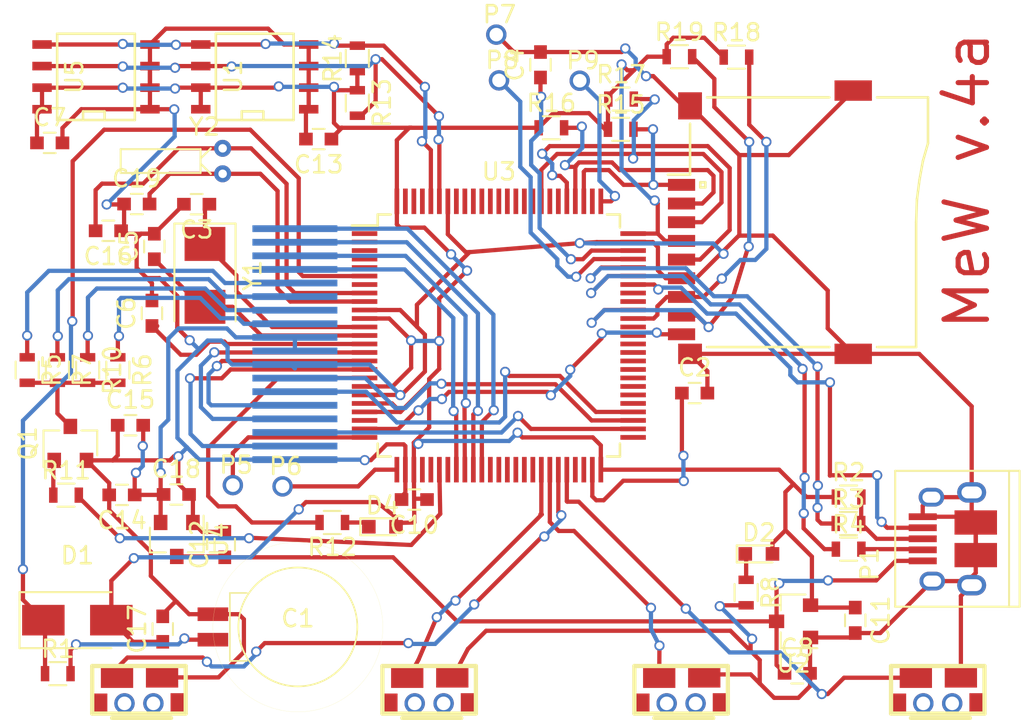
<source format=kicad_pcb>
(kicad_pcb (version 4) (host pcbnew 4.0.4-stable)
  (layers (0 F.Cu signal) (31 B.Cu signal) (34 B.Paste user) (35 F.Paste user) (36 B.SilkS user) (37 F.SilkS user) (38 B.Mask user) (39 F.Mask user) (44 Edge.Cuts user))
  (net 0 "")
  (net 1 "Net-(C1-Pad1)")
  (net 2 GND)
  (net 3 "Net-(C2-Pad1)")
  (net 4 "Net-(C3-Pad1)")
  (net 5 "Net-(C4-Pad1)")
  (net 6 "Net-(C5-Pad1)")
  (net 7 "Net-(C6-Pad1)")
  (net 8 +3V3)
  (net 9 "Net-(C12-Pad1)")
  (net 10 "Net-(C16-Pad2)")
  (net 11 "Net-(C19-Pad2)")
  (net 12 /CD)
  (net 13 /SDIO_D0)
  (net 14 /SDIO_D1)
  (net 15 /SDIO_CLK)
  (net 16 /SDIO_D2)
  (net 17 /SDIO_D3)
  (net 18 /SDIO_CMD)
  (net 19 /VBAT_RTC)
  (net 20 "Net-(D4-Pad1)")
  (net 21 "Net-(P1-Pad2)")
  (net 22 "Net-(P1-Pad3)")
  (net 23 /USB-ID)
  (net 24 "Net-(P4-Pad11)")
  (net 25 /DISP_MISO)
  (net 26 /DISP_MOSI)
  (net 27 /DISP_CS)
  (net 28 /DISP_D/C)
  (net 29 /DISP_CLK)
  (net 30 /DISP_RES)
  (net 31 "Net-(P5-Pad1)")
  (net 32 "Net-(P6-Pad1)")
  (net 33 "Net-(P8-Pad1)")
  (net 34 "Net-(P9-Pad1)")
  (net 35 /DISP_PWM)
  (net 36 "Net-(Q1-Pad3)")
  (net 37 /USB-DP)
  (net 38 /USB-DM)
  (net 39 "Net-(R11-Pad2)")
  (net 40 "Net-(R12-Pad2)")
  (net 41 /i2c_SCL)
  (net 42 /i2c_SDA)
  (net 43 /B1)
  (net 44 /B2)
  (net 45 /B3)
  (net 46 /B4)
  (net 47 "Net-(U3-Pad7)")
  (net 48 "Net-(U3-Pad32)")
  (net 49 "Net-(U3-Pad37)")
  (net 50 "Net-(U3-Pad39)")
  (net 51 "Net-(U3-Pad40)")
  (net 52 "Net-(U3-Pad41)")
  (net 53 "Net-(U3-Pad42)")
  (net 54 "Net-(U3-Pad47)")
  (net 55 "Net-(U3-Pad48)")
  (net 56 "Net-(U3-Pad51)")
  (net 57 "Net-(U3-Pad55)")
  (net 58 "Net-(U3-Pad56)")
  (net 59 "Net-(U3-Pad57)")
  (net 60 "Net-(U3-Pad58)")
  (net 61 "Net-(U3-Pad59)")
  (net 62 "Net-(U3-Pad60)")
  (net 63 "Net-(U3-Pad61)")
  (net 64 "Net-(U3-Pad62)")
  (net 65 "Net-(U3-Pad63)")
  (net 66 "Net-(U3-Pad64)")
  (net 67 "Net-(U3-Pad67)")
  (net 68 "Net-(U3-Pad68)")
  (net 69 "Net-(U3-Pad77)")
  (net 70 "Net-(U3-Pad81)")
  (net 71 "Net-(U3-Pad82)")
  (net 72 "Net-(U3-Pad84)")
  (net 73 "Net-(U3-Pad85)")
  (net 74 "Net-(U3-Pad86)")
  (net 75 "Net-(U3-Pad87)")
  (net 76 "Net-(U3-Pad88)")
  (net 77 "Net-(U3-Pad89)")
  (net 78 "Net-(U3-Pad90)")
  (net 79 "Net-(U3-Pad91)")
  (net 80 "Net-(U3-Pad92)")
  (net 81 "Net-(U3-Pad93)")
  (net 82 "Net-(U3-Pad99)")
  (net 83 "Net-(U3-Pad3)")
  (net 84 "Net-(U3-Pad4)")
  (net 85 "Net-(U3-Pad5)")
  (net 86 /ADC_2)
  (net 87 /ADC_1)
  (net 88 /GPIO_Y)
  (net 89 /GPIO_X)
  (net 90 "Net-(P4-Pad14)")
  (net 91 "Net-(P4-Pad13)")
  (net 92 "Net-(P4-Pad12)")
  (net 93 "Net-(C14-Pad1)")
  (net 94 "Net-(D2-Pad1)")
  (net 95 /PWRON)
  (net 96 "Net-(U3-Pad29)")
  (net 97 "Net-(U3-Pad38)")
  (net 98 "Net-(U3-Pad30)")
  (net 99 "Net-(U3-Pad1)")
  (net 100 "Net-(U3-Pad2)")
  (net 101 "Net-(U3-Pad97)")
  (net 102 "Net-(U3-Pad98)")
  (module SCAP-022F (layer F.Cu) (at 117.525 86.5 180)
    (fp_text reference C1 (at 0 0.5 180) (layer F.SilkS))
    (fp_text value 0.22F)
    (pad 2 smd rect (at 5 0.75 180) (size 1.8 0.8) (layers F.Cu F.Paste F.Mask) (net 2 GND))
    (pad 1 smd rect (at 5 -0.75 180) (size 1.8 0.8) (layers F.Cu F.Paste F.Mask) (net 1 "Net-(C1-Pad1)"))
  )
  (module USB_Micro-B_ali1 (layer F.Cu) (at 155.79 81.31 90)
    (fp_text reference P1 (at -1.5 -4.62 90) (layer F.SilkS))
    (fp_text value USB_OTG)
    (pad 1 smd rect (at -1.3 -1.5 180) (size 1.65 0.4) (layers F.Cu F.Paste F.Mask) (net 9 "Net-(C12-Pad1)"))
    (pad 2 smd rect (at -0.65 -1.5 180) (size 1.65 0.4) (layers F.Cu F.Paste F.Mask) (net 21 "Net-(P1-Pad2)"))
    (pad 3 smd rect (at 0 -1.5 180) (size 1.65 0.4) (layers F.Cu F.Paste F.Mask) (net 22 "Net-(P1-Pad3)"))
    (pad 4 smd rect (at 0.65 -1.5 180) (size 1.65 0.4) (layers F.Cu F.Paste F.Mask) (net 23 /USB-ID))
    (pad 5 smd rect (at 1.3 -1.5 180) (size 1.65 0.4) (layers F.Cu F.Paste F.Mask) (net 2 GND))
    (pad 6 thru_hole oval (at -2.49 -0.94 180) (size 1.5 1.1) (drill oval 1.05 0.65) (layers *.Cu *.Mask) (net 2 GND))
    (pad 6 thru_hole oval (at 2.45 -0.99 180) (size 1.5 1.1) (drill oval 1.05 0.65) (layers *.Cu *.Mask) (net 2 GND))
    (pad 6 thru_hole oval (at -2.73 1.38 180) (size 1.7 1.2) (drill oval 1.2 0.7) (layers *.Cu *.Mask) (net 2 GND))
    (pad 6 thru_hole oval (at 2.73 1.38 180) (size 1.7 1.2) (drill oval 1.2 0.7) (layers *.Cu *.Mask) (net 2 GND))
    (pad 6 smd rect (at -0.96 1.62 180) (size 2.5 1.43) (layers F.Cu F.Paste F.Mask) (net 2 GND))
    (pad 6 smd rect (at 0.96 1.62 180) (size 2.5 1.43) (layers F.Cu F.Paste F.Mask) (net 2 GND))
  )
  (module v.0:DISP1 (layer B.Cu) (at 119.75 70.25 90)
    (fp_text reference P4 hide)
    (fp_text value CONN_01X18 hide)
    (pad 18 smd rect (at 7.2 -2.4 90) (size 0.4 5) (layers B.Cu B.Paste B.Mask) (net 86 /ADC_2))
    (pad 17 smd rect (at 6.4 -2.4 90) (size 0.4 5) (layers B.Cu B.Paste B.Mask) (net 87 /ADC_1))
    (pad 16 smd rect (at 5.6 -2.4 90) (size 0.4 5) (layers B.Cu B.Paste B.Mask) (net 88 /GPIO_Y))
    (pad 15 smd rect (at 4.8 -2.4 90) (size 0.4 5) (layers B.Cu B.Paste B.Mask) (net 89 /GPIO_X))
    (pad 14 smd rect (at 4 -2.4 90) (size 0.4 5) (layers B.Cu B.Paste B.Mask) (net 90 "Net-(P4-Pad14)"))
    (pad 13 smd rect (at 3.2 -2.4 90) (size 0.4 5) (layers B.Cu B.Paste B.Mask) (net 91 "Net-(P4-Pad13)"))
    (pad 12 smd rect (at 2.4 -2.4 90) (size 0.4 5) (layers B.Cu B.Paste B.Mask) (net 92 "Net-(P4-Pad12)"))
    (pad 11 smd rect (at 1.6 -2.4 90) (size 0.4 5) (layers B.Cu B.Paste B.Mask) (net 24 "Net-(P4-Pad11)"))
    (pad 10 smd rect (at 0.8 -2.4 90) (size 0.4 5) (layers B.Cu B.Paste B.Mask) (net 93 "Net-(C14-Pad1)"))
    (pad 9 smd rect (at 0 -2.4 90) (size 0.4 5) (layers B.Cu B.Paste B.Mask) (net 93 "Net-(C14-Pad1)"))
    (pad 8 smd rect (at -0.8 -2.4 90) (size 0.4 5) (layers B.Cu B.Paste B.Mask) (net 2 GND))
    (pad 7 smd rect (at -1.6 -2.4 90) (size 0.4 5) (layers B.Cu B.Paste B.Mask) (net 25 /DISP_MISO))
    (pad 6 smd rect (at -2.4 -2.4 90) (size 0.4 5) (layers B.Cu B.Paste B.Mask) (net 26 /DISP_MOSI))
    (pad 5 smd rect (at -3.2 -2.4 90) (size 0.4 5) (layers B.Cu B.Paste B.Mask) (net 27 /DISP_CS))
    (pad 4 smd rect (at -4 -2.4 90) (size 0.4 5) (layers B.Cu B.Paste B.Mask) (net 28 /DISP_D/C))
    (pad 3 smd rect (at -4.8 -2.4 90) (size 0.4 5) (layers B.Cu B.Paste B.Mask) (net 29 /DISP_CLK))
    (pad 2 smd rect (at -5.6 -2.4 90) (size 0.4 5) (layers B.Cu B.Paste B.Mask) (net 30 /DISP_RES))
    (pad 1 smd rect (at -6.4 -2.4 90) (size 0.4 5) (layers B.Cu B.Paste B.Mask) (net 2 GND))
  )
  (module Capacitors_SMD:C_0603 (layer F.Cu) (at 140.87 72.73)
    (fp_text reference C2 (at 0 -1.5) (layer F.SilkS))
    (fp_text value 2.2uF)
    (pad 1 smd rect (at -0.75 0) (size 0.8 0.75) (layers F.Cu F.Paste F.Mask) (net 3 "Net-(C2-Pad1)"))
    (pad 2 smd rect (at 0.75 0) (size 0.8 0.75) (layers F.Cu F.Paste F.Mask) (net 2 GND))
  )
  (module Capacitors_SMD:C_0603 (layer F.Cu) (at 111.57 61.61 180)
    (fp_text reference C3 (at 0 -1.5 180) (layer F.SilkS))
    (fp_text value 22)
    (pad 1 smd rect (at -0.75 0 180) (size 0.8 0.75) (layers F.Cu F.Paste F.Mask) (net 4 "Net-(C3-Pad1)"))
    (pad 2 smd rect (at 0.75 0 180) (size 0.8 0.75) (layers F.Cu F.Paste F.Mask) (net 2 GND))
  )
  (module Capacitors_SMD:C_0603 (layer F.Cu) (at 131.8 53.4 90)
    (fp_text reference C4 (at 0 -1.5 90) (layer F.SilkS))
    (fp_text value 2.2uF)
    (pad 1 smd rect (at -0.75 0 90) (size 0.8 0.75) (layers F.Cu F.Paste F.Mask) (net 5 "Net-(C4-Pad1)"))
    (pad 2 smd rect (at 0.75 0 90) (size 0.8 0.75) (layers F.Cu F.Paste F.Mask) (net 2 GND))
  )
  (module Capacitors_SMD:C_0603 (layer F.Cu) (at 109.08 64.1 90)
    (fp_text reference C5 (at 0 -1.5 90) (layer F.SilkS))
    (fp_text value 22)
    (pad 1 smd rect (at -0.75 0 90) (size 0.8 0.75) (layers F.Cu F.Paste F.Mask) (net 6 "Net-(C5-Pad1)"))
    (pad 2 smd rect (at 0.75 0 90) (size 0.8 0.75) (layers F.Cu F.Paste F.Mask) (net 2 GND))
  )
  (module Capacitors_SMD:C_0603 (layer F.Cu) (at 108.94 68.03 90)
    (fp_text reference C6 (at 0 -1.5 90) (layer F.SilkS))
    (fp_text value 0.1uF)
    (pad 1 smd rect (at -0.75 0 90) (size 0.8 0.75) (layers F.Cu F.Paste F.Mask) (net 7 "Net-(C6-Pad1)"))
    (pad 2 smd rect (at 0.75 0 90) (size 0.8 0.75) (layers F.Cu F.Paste F.Mask) (net 2 GND))
  )
  (module Capacitors_SMD:C_0603 (layer F.Cu) (at 102.925 58)
    (fp_text reference C7 (at 0 -1.5) (layer F.SilkS))
    (fp_text value 100nF)
    (pad 1 smd rect (at -0.75 0) (size 0.8 0.75) (layers F.Cu F.Paste F.Mask) (net 8 +3V3))
    (pad 2 smd rect (at 0.75 0) (size 0.8 0.75) (layers F.Cu F.Paste F.Mask) (net 2 GND))
  )
  (module Capacitors_SMD:C_0603 (layer F.Cu) (at 146.91 89.23)
    (fp_text reference C8 (at 0 -1.5) (layer F.SilkS))
    (fp_text value 1uF)
    (pad 1 smd rect (at -0.75 0) (size 0.8 0.75) (layers F.Cu F.Paste F.Mask) (net 9 "Net-(C12-Pad1)"))
    (pad 2 smd rect (at 0.75 0) (size 0.8 0.75) (layers F.Cu F.Paste F.Mask) (net 2 GND))
  )
  (module Capacitors_SMD:C_0603 (layer F.Cu) (at 124.375 79 180)
    (fp_text reference C10 (at 0 -1.5 180) (layer F.SilkS))
    (fp_text value 100nF)
    (pad 1 smd rect (at -0.75 0 180) (size 0.8 0.75) (layers F.Cu F.Paste F.Mask) (net 8 +3V3))
    (pad 2 smd rect (at 0.75 0 180) (size 0.8 0.75) (layers F.Cu F.Paste F.Mask) (net 2 GND))
  )
  (module Capacitors_SMD:C_0603 (layer F.Cu) (at 150.32 86.11 270)
    (fp_text reference C11 (at 0 -1.5 270) (layer F.SilkS))
    (fp_text value 1uF)
    (pad 1 smd rect (at -0.75 0 270) (size 0.8 0.75) (layers F.Cu F.Paste F.Mask) (net 8 +3V3))
    (pad 2 smd rect (at 0.75 0 270) (size 0.8 0.75) (layers F.Cu F.Paste F.Mask) (net 2 GND))
  )
  (module Capacitors_SMD:C_0603 (layer F.Cu) (at 113.225 81.65 90)
    (fp_text reference C12 (at 0 -1.5 90) (layer F.SilkS))
    (fp_text value 1uF)
    (pad 1 smd rect (at -0.75 0 90) (size 0.8 0.75) (layers F.Cu F.Paste F.Mask) (net 9 "Net-(C12-Pad1)"))
    (pad 2 smd rect (at 0.75 0 90) (size 0.8 0.75) (layers F.Cu F.Paste F.Mask) (net 2 GND))
  )
  (module Capacitors_SMD:C_0603 (layer F.Cu) (at 118.75 57.775 180)
    (fp_text reference C13 (at 0 -1.5 180) (layer F.SilkS))
    (fp_text value 100nF)
    (pad 1 smd rect (at -0.75 0 180) (size 0.8 0.75) (layers F.Cu F.Paste F.Mask) (net 8 +3V3))
    (pad 2 smd rect (at 0.75 0 180) (size 0.8 0.75) (layers F.Cu F.Paste F.Mask) (net 2 GND))
  )
  (module Capacitors_SMD:C_0603 (layer F.Cu) (at 107.175 78.725 180)
    (fp_text reference C14 (at 0 -1.5 180) (layer F.SilkS))
    (fp_text value 0.1uF)
    (pad 1 smd rect (at -0.75 0 180) (size 0.8 0.75) (layers F.Cu F.Paste F.Mask) (net 93 "Net-(C14-Pad1)"))
    (pad 2 smd rect (at 0.75 0 180) (size 0.8 0.75) (layers F.Cu F.Paste F.Mask) (net 2 GND))
  )
  (module Capacitors_SMD:C_0603 (layer F.Cu) (at 107.675 74.625)
    (fp_text reference C15 (at 0 -1.5) (layer F.SilkS))
    (fp_text value 0.01uF)
    (pad 1 smd rect (at -0.75 0) (size 0.8 0.75) (layers F.Cu F.Paste F.Mask) (net 2 GND))
    (pad 2 smd rect (at 0.75 0) (size 0.8 0.75) (layers F.Cu F.Paste F.Mask) (net 93 "Net-(C14-Pad1)"))
  )
  (module Capacitors_SMD:C_0603 (layer F.Cu) (at 106.375 63.175 180)
    (fp_text reference C16 (at 0 -1.5 180) (layer F.SilkS))
    (fp_text value 22)
    (pad 1 smd rect (at -0.75 0 180) (size 0.8 0.75) (layers F.Cu F.Paste F.Mask) (net 2 GND))
    (pad 2 smd rect (at 0.75 0 180) (size 0.8 0.75) (layers F.Cu F.Paste F.Mask) (net 10 "Net-(C16-Pad2)"))
  )
  (module Capacitors_SMD:C_0603 (layer F.Cu) (at 109.575 86.625 90)
    (fp_text reference C17 (at 0 -1.5 90) (layer F.SilkS))
    (fp_text value 0.01uF)
    (pad 1 smd rect (at -0.75 0 90) (size 0.8 0.75) (layers F.Cu F.Paste F.Mask) (net 8 +3V3))
    (pad 2 smd rect (at 0.75 0 90) (size 0.8 0.75) (layers F.Cu F.Paste F.Mask) (net 2 GND))
  )
  (module Capacitors_SMD:C_0603 (layer F.Cu) (at 110.375 78.7)
    (fp_text reference C18 (at 0 -1.5) (layer F.SilkS))
    (fp_text value 1uF)
    (pad 1 smd rect (at -0.75 0) (size 0.8 0.75) (layers F.Cu F.Paste F.Mask) (net 93 "Net-(C14-Pad1)"))
    (pad 2 smd rect (at 0.75 0) (size 0.8 0.75) (layers F.Cu F.Paste F.Mask) (net 2 GND))
  )
  (module Capacitors_SMD:C_0603 (layer F.Cu) (at 108.05 61.6)
    (fp_text reference C19 (at 0 -1.5) (layer F.SilkS))
    (fp_text value 22)
    (pad 1 smd rect (at -0.75 0) (size 0.8 0.75) (layers F.Cu F.Paste F.Mask) (net 2 GND))
    (pad 2 smd rect (at 0.75 0) (size 0.8 0.75) (layers F.Cu F.Paste F.Mask) (net 11 "Net-(C19-Pad2)"))
  )
  (module v.0:Conn_uSDcard (layer F.Cu) (at 150.6 62.67 90)
    (fp_text reference CON1)
    (fp_text value uSD_Card)
    (pad 6 smd rect (at 7.75 -0.4 90) (size 1.2 2.2) (layers F.Cu F.Paste F.Mask) (net 2 GND))
    (pad 6 smd rect (at -7.75 -0.4 90) (size 1.2 2.2) (layers F.Cu F.Paste F.Mask) (net 2 GND))
    (pad 6 smd rect (at 6.85 -10 90) (size 1.6 1.4) (layers F.Cu F.Paste F.Mask) (net 2 GND))
    (pad 6 smd rect (at -7.75 -10 90) (size 1.2 1.4) (layers F.Cu F.Paste F.Mask) (net 2 GND))
    (pad 9 smd rect (at -6.6 -10.5 90) (size 0.7 1.6) (layers F.Cu F.Paste F.Mask) (net 12 /CD))
    (pad 7 smd rect (at -4.4 -10.5 90) (size 0.7 1.6) (layers F.Cu F.Paste F.Mask) (net 13 /SDIO_D0))
    (pad 8 smd rect (at -5.5 -10.5 90) (size 0.7 1.6) (layers F.Cu F.Paste F.Mask) (net 14 /SDIO_D1))
    (pad 6 smd rect (at -3.3 -10.5 90) (size 0.7 1.6) (layers F.Cu F.Paste F.Mask) (net 2 GND))
    (pad 5 smd rect (at -2.2 -10.5 90) (size 0.7 1.6) (layers F.Cu F.Paste F.Mask) (net 15 /SDIO_CLK))
    (pad 4 smd rect (at -1.1 -10.5 90) (size 0.7 1.6) (layers F.Cu F.Paste F.Mask) (net 8 +3V3))
    (pad 1 smd rect (at 2.2 -10.5 90) (size 0.7 1.6) (layers F.Cu F.Paste F.Mask) (net 16 /SDIO_D2))
    (pad 2 smd rect (at 1.1 -10.5 90) (size 0.7 1.6) (layers F.Cu F.Paste F.Mask) (net 17 /SDIO_D3))
    (pad "" np_thru_hole circle (at 3.05 0 90) (size 1 1) (drill 1) (layers *.Cu))
    (pad "" np_thru_hole circle (at -4.93 0 90) (size 1 1) (drill 1) (layers *.Cu))
    (pad 3 smd rect (at 0 -10.5 90) (size 0.7 1.6) (layers F.Cu F.Paste F.Mask) (net 18 /SDIO_CMD))
  )
  (module Diodes_SMD:D_SMA_Standard (layer F.Cu) (at 104.55 86.1)
    (fp_text reference D1 (at 0 -3.81) (layer F.SilkS))
    (fp_text value 1n5819)
    (pad 1 smd rect (at -2 0) (size 2.5 1.8) (layers F.Cu F.Paste F.Mask) (net 19 /VBAT_RTC))
    (pad 2 smd rect (at 2 0) (size 2.5 1.8) (layers F.Cu F.Paste F.Mask) (net 8 +3V3))
  )
  (module LEDs:LED_0603 (layer F.Cu) (at 144.65 82.2)
    (fp_text reference D2 (at 0 -1.25) (layer F.SilkS))
    (fp_text value LED)
    (pad 2 smd rect (at 0.8 0 180) (size 0.8 0.8) (layers F.Cu F.Paste F.Mask) (net 8 +3V3))
    (pad 1 smd rect (at -0.8 0 180) (size 0.8 0.8) (layers F.Cu F.Paste F.Mask) (net 94 "Net-(D2-Pad1)"))
  )
  (module LEDs:LED_0603 (layer F.Cu) (at 122.5 80.6)
    (fp_text reference D4 (at 0 -1.25) (layer F.SilkS))
    (fp_text value LED)
    (pad 2 smd rect (at 0.8 0 180) (size 0.8 0.8) (layers F.Cu F.Paste F.Mask) (net 8 +3V3))
    (pad 1 smd rect (at -0.8 0 180) (size 0.8 0.8) (layers F.Cu F.Paste F.Mask) (net 20 "Net-(D4-Pad1)"))
  )
  (module v.0:TP_1pin (layer F.Cu) (at 113.7 78.15)
    (fp_text reference P5 (at 0.19 -1.19) (layer F.SilkS))
    (fp_text value TX2)
    (pad 1 thru_hole circle (at 0 0) (size 1.2 1.2) (drill 0.8) (layers *.Cu *.Mask) (net 31 "Net-(P5-Pad1)"))
  )
  (module v.0:TP_1pin (layer F.Cu) (at 116.625 78.225)
    (fp_text reference P6 (at 0.19 -1.19) (layer F.SilkS))
    (fp_text value RX2)
    (pad 1 thru_hole circle (at 0 0) (size 1.2 1.2) (drill 0.8) (layers *.Cu *.Mask) (net 32 "Net-(P6-Pad1)"))
  )
  (module v.0:TP_1pin (layer F.Cu) (at 129.2 51.625)
    (fp_text reference P7 (at 0.19 -1.19) (layer F.SilkS))
    (fp_text value GND)
    (pad 1 thru_hole circle (at 0 0) (size 1.2 1.2) (drill 0.8) (layers *.Cu *.Mask) (net 2 GND))
  )
  (module v.0:TP_1pin (layer F.Cu) (at 129.36 54.32)
    (fp_text reference P8 (at 0.19 -1.19) (layer F.SilkS))
    (fp_text value SWDIO)
    (pad 1 thru_hole circle (at 0 0) (size 1.2 1.2) (drill 0.8) (layers *.Cu *.Mask) (net 33 "Net-(P8-Pad1)"))
  )
  (module v.0:TP_1pin (layer F.Cu) (at 134.11 54.34)
    (fp_text reference P9 (at 0.19 -1.19) (layer F.SilkS))
    (fp_text value SWDCLK)
    (pad 1 thru_hole circle (at 0 0) (size 1.2 1.2) (drill 0.8) (layers *.Cu *.Mask) (net 34 "Net-(P9-Pad1)"))
  )
  (module TO_SOT_Packages_SMD:SOT-23 (layer F.Cu) (at 104.14 75.692 90)
    (fp_text reference Q1 (at 0 -2.5 90) (layer F.SilkS))
    (fp_text value 2N7002)
    (pad 1 smd rect (at -1 -0.95 90) (size 0.9 0.8) (layers F.Cu F.Paste F.Mask) (net 35 /DISP_PWM))
    (pad 2 smd rect (at -1 0.95 90) (size 0.9 0.8) (layers F.Cu F.Paste F.Mask) (net 2 GND))
    (pad 3 smd rect (at 1 0 90) (size 0.9 0.8) (layers F.Cu F.Paste F.Mask) (net 36 "Net-(Q1-Pad3)"))
  )
  (module Resistors_SMD:R_0603 (layer F.Cu) (at 103.4 89.25)
    (fp_text reference R1 (at 0 -1.45) (layer F.SilkS))
    (fp_text value 100)
    (pad 1 smd rect (at -0.75 0) (size 0.5 0.9) (layers F.Cu F.Paste F.Mask) (net 19 /VBAT_RTC))
    (pad 2 smd rect (at 0.75 0) (size 0.5 0.9) (layers F.Cu F.Paste F.Mask) (net 1 "Net-(C1-Pad1)"))
  )
  (module Resistors_SMD:R_0603 (layer F.Cu) (at 149.93 78.85)
    (fp_text reference R2 (at 0 -1.45) (layer F.SilkS))
    (fp_text value 1.5k)
    (pad 1 smd rect (at -0.75 0) (size 0.5 0.9) (layers F.Cu F.Paste F.Mask) (net 8 +3V3))
    (pad 2 smd rect (at 0.75 0) (size 0.5 0.9) (layers F.Cu F.Paste F.Mask) (net 22 "Net-(P1-Pad3)"))
  )
  (module Resistors_SMD:R_0603 (layer F.Cu) (at 149.92 80.41)
    (fp_text reference R3 (at 0 -1.45) (layer F.SilkS))
    (fp_text value 22)
    (pad 1 smd rect (at -0.75 0) (size 0.5 0.9) (layers F.Cu F.Paste F.Mask) (net 37 /USB-DP))
    (pad 2 smd rect (at 0.75 0) (size 0.5 0.9) (layers F.Cu F.Paste F.Mask) (net 22 "Net-(P1-Pad3)"))
  )
  (module Resistors_SMD:R_0603 (layer F.Cu) (at 149.93 81.92)
    (fp_text reference R4 (at 0 -1.45) (layer F.SilkS))
    (fp_text value 22)
    (pad 1 smd rect (at -0.75 0) (size 0.5 0.9) (layers F.Cu F.Paste F.Mask) (net 38 /USB-DM))
    (pad 2 smd rect (at 0.75 0) (size 0.5 0.9) (layers F.Cu F.Paste F.Mask) (net 21 "Net-(P1-Pad2)"))
  )
  (module Resistors_SMD:R_0603 (layer F.Cu) (at 101.6 71.374 270)
    (fp_text reference R5 (at 0 -1.45 270) (layer F.SilkS))
    (fp_text value 100)
    (pad 1 smd rect (at -0.75 0 270) (size 0.5 0.9) (layers F.Cu F.Paste F.Mask) (net 90 "Net-(P4-Pad14)"))
    (pad 2 smd rect (at 0.75 0 270) (size 0.5 0.9) (layers F.Cu F.Paste F.Mask) (net 36 "Net-(Q1-Pad3)"))
  )
  (module Resistors_SMD:R_0603 (layer F.Cu) (at 106.934 71.374 270)
    (fp_text reference R6 (at 0 -1.45 270) (layer F.SilkS))
    (fp_text value 100)
    (pad 1 smd rect (at -0.75 0 270) (size 0.5 0.9) (layers F.Cu F.Paste F.Mask) (net 24 "Net-(P4-Pad11)"))
    (pad 2 smd rect (at 0.75 0 270) (size 0.5 0.9) (layers F.Cu F.Paste F.Mask) (net 36 "Net-(Q1-Pad3)"))
  )
  (module Resistors_SMD:R_0603 (layer F.Cu) (at 103.378 71.374 270)
    (fp_text reference R7 (at 0 -1.45 270) (layer F.SilkS))
    (fp_text value 100)
    (pad 1 smd rect (at -0.75 0 270) (size 0.5 0.9) (layers F.Cu F.Paste F.Mask) (net 91 "Net-(P4-Pad13)"))
    (pad 2 smd rect (at 0.75 0 270) (size 0.5 0.9) (layers F.Cu F.Paste F.Mask) (net 36 "Net-(Q1-Pad3)"))
  )
  (module Resistors_SMD:R_0603 (layer F.Cu) (at 143.9 84.475 270)
    (fp_text reference R8 (at 0 -1.45 270) (layer F.SilkS))
    (fp_text value 1k)
    (pad 1 smd rect (at -0.75 0 270) (size 0.5 0.9) (layers F.Cu F.Paste F.Mask) (net 94 "Net-(D2-Pad1)"))
    (pad 2 smd rect (at 0.75 0 270) (size 0.5 0.9) (layers F.Cu F.Paste F.Mask) (net 2 GND))
  )
  (module Resistors_SMD:R_0603 (layer F.Cu) (at 105.156 71.374 270)
    (fp_text reference R10 (at 0 -1.45 270) (layer F.SilkS))
    (fp_text value 100)
    (pad 1 smd rect (at -0.75 0 270) (size 0.5 0.9) (layers F.Cu F.Paste F.Mask) (net 92 "Net-(P4-Pad12)"))
    (pad 2 smd rect (at 0.75 0 270) (size 0.5 0.9) (layers F.Cu F.Paste F.Mask) (net 36 "Net-(Q1-Pad3)"))
  )
  (module Resistors_SMD:R_0603 (layer F.Cu) (at 103.886 78.74)
    (fp_text reference R11 (at 0 -1.45) (layer F.SilkS))
    (fp_text value 100)
    (pad 1 smd rect (at -0.75 0) (size 0.5 0.9) (layers F.Cu F.Paste F.Mask) (net 35 /DISP_PWM))
    (pad 2 smd rect (at 0.75 0) (size 0.5 0.9) (layers F.Cu F.Paste F.Mask) (net 39 "Net-(R11-Pad2)"))
  )
  (module Resistors_SMD:R_0603 (layer F.Cu) (at 119.55 80.35 180)
    (fp_text reference R12 (at 0 -1.45 180) (layer F.SilkS))
    (fp_text value 1k)
    (pad 1 smd rect (at -0.75 0 180) (size 0.5 0.9) (layers F.Cu F.Paste F.Mask) (net 20 "Net-(D4-Pad1)"))
    (pad 2 smd rect (at 0.75 0 180) (size 0.5 0.9) (layers F.Cu F.Paste F.Mask) (net 40 "Net-(R12-Pad2)"))
  )
  (module Resistors_SMD:R_0603 (layer F.Cu) (at 121.025 55.65 270)
    (fp_text reference R13 (at 0 -1.45 270) (layer F.SilkS))
    (fp_text value 1k5)
    (pad 1 smd rect (at -0.75 0 270) (size 0.5 0.9) (layers F.Cu F.Paste F.Mask) (net 8 +3V3))
    (pad 2 smd rect (at 0.75 0 270) (size 0.5 0.9) (layers F.Cu F.Paste F.Mask) (net 41 /i2c_SCL))
  )
  (module Resistors_SMD:R_0603 (layer F.Cu) (at 121.025 53.025 90)
    (fp_text reference R14 (at 0 -1.45 90) (layer F.SilkS))
    (fp_text value 1k5)
    (pad 1 smd rect (at -0.75 0 90) (size 0.5 0.9) (layers F.Cu F.Paste F.Mask) (net 8 +3V3))
    (pad 2 smd rect (at 0.75 0 90) (size 0.5 0.9) (layers F.Cu F.Paste F.Mask) (net 42 /i2c_SDA))
  )
  (module Resistors_SMD:R_0603 (layer F.Cu) (at 136.52 57.2)
    (fp_text reference R15 (at 0 -1.45) (layer F.SilkS))
    (fp_text value 33k)
    (pad 1 smd rect (at -0.75 0) (size 0.5 0.9) (layers F.Cu F.Paste F.Mask) (net 8 +3V3))
    (pad 2 smd rect (at 0.75 0) (size 0.5 0.9) (layers F.Cu F.Paste F.Mask) (net 16 /SDIO_D2))
  )
  (module Resistors_SMD:R_0603 (layer F.Cu) (at 132.44 57.11)
    (fp_text reference R16 (at 0 -1.45) (layer F.SilkS))
    (fp_text value 33k)
    (pad 1 smd rect (at -0.75 0) (size 0.5 0.9) (layers F.Cu F.Paste F.Mask) (net 8 +3V3))
    (pad 2 smd rect (at 0.75 0) (size 0.5 0.9) (layers F.Cu F.Paste F.Mask) (net 17 /SDIO_D3))
  )
  (module Resistors_SMD:R_0603 (layer F.Cu) (at 136.54 55.42)
    (fp_text reference R17 (at 0 -1.45) (layer F.SilkS))
    (fp_text value 33k)
    (pad 1 smd rect (at -0.75 0) (size 0.5 0.9) (layers F.Cu F.Paste F.Mask) (net 8 +3V3))
    (pad 2 smd rect (at 0.75 0) (size 0.5 0.9) (layers F.Cu F.Paste F.Mask) (net 18 /SDIO_CMD))
  )
  (module Resistors_SMD:R_0603 (layer F.Cu) (at 143.33 52.95)
    (fp_text reference R18 (at 0 -1.45) (layer F.SilkS))
    (fp_text value 33k)
    (pad 1 smd rect (at -0.75 0) (size 0.5 0.9) (layers F.Cu F.Paste F.Mask) (net 8 +3V3))
    (pad 2 smd rect (at 0.75 0) (size 0.5 0.9) (layers F.Cu F.Paste F.Mask) (net 13 /SDIO_D0))
  )
  (module Resistors_SMD:R_0603 (layer F.Cu) (at 139.975 52.925)
    (fp_text reference R19 (at 0 -1.45) (layer F.SilkS))
    (fp_text value 33k)
    (pad 1 smd rect (at -0.75 0) (size 0.5 0.9) (layers F.Cu F.Paste F.Mask) (net 8 +3V3))
    (pad 2 smd rect (at 0.75 0) (size 0.5 0.9) (layers F.Cu F.Paste F.Mask) (net 14 /SDIO_D1))
  )
  (module v.0:SMDBTN2 (layer F.Cu) (at 128 91.6 180)
    (fp_text reference SW1 hide)
    (fp_text value BACK hide)
    (pad 1 smd rect (at 1.39 2.13 180) (size 1.9 1.2) (layers F.Cu F.Paste F.Mask) (net 2 GND))
    (pad 2 smd rect (at 4.04 2.11 180) (size 1.9 1.2) (layers F.Cu F.Paste F.Mask) (net 43 /B1))
    (pad "" thru_hole circle (at 3.6 0.6 180) (size 1.2 1.2) (drill 0.8) (layers *.Cu *.Mask))
    (pad 3 smd rect (at 5.06 0.58 180) (size 0.9 1.2) (layers F.Cu F.Paste F.Mask))
    (pad 3 smd rect (at 0.44 0.6 180) (size 0.9 1.2) (layers F.Cu F.Paste F.Mask))
    (pad "" thru_hole circle (at 1.9 0.6 180) (size 1.2 1.2) (drill 0.8) (layers *.Cu *.Mask))
  )
  (module v.0:SMDBTN2 (layer F.Cu) (at 142.825 91.6 180)
    (fp_text reference SW2 hide)
    (fp_text value ENTER hide)
    (pad 1 smd rect (at 1.39 2.13 180) (size 1.9 1.2) (layers F.Cu F.Paste F.Mask) (net 2 GND))
    (pad 2 smd rect (at 4.04 2.11 180) (size 1.9 1.2) (layers F.Cu F.Paste F.Mask) (net 44 /B2))
    (pad "" thru_hole circle (at 3.6 0.6 180) (size 1.2 1.2) (drill 0.8) (layers *.Cu *.Mask))
    (pad 3 smd rect (at 5.06 0.58 180) (size 0.9 1.2) (layers F.Cu F.Paste F.Mask))
    (pad 3 smd rect (at 0.44 0.6 180) (size 0.9 1.2) (layers F.Cu F.Paste F.Mask))
    (pad "" thru_hole circle (at 1.9 0.6 180) (size 1.2 1.2) (drill 0.8) (layers *.Cu *.Mask))
  )
  (module v.0:SMDBTN2 (layer F.Cu) (at 110.925 91.6 180)
    (fp_text reference SW3 hide)
    (fp_text value UP hide)
    (pad 1 smd rect (at 1.39 2.13 180) (size 1.9 1.2) (layers F.Cu F.Paste F.Mask) (net 2 GND))
    (pad 2 smd rect (at 4.04 2.11 180) (size 1.9 1.2) (layers F.Cu F.Paste F.Mask) (net 45 /B3))
    (pad "" thru_hole circle (at 3.6 0.6 180) (size 1.2 1.2) (drill 0.8) (layers *.Cu *.Mask))
    (pad 3 smd rect (at 5.06 0.58 180) (size 0.9 1.2) (layers F.Cu F.Paste F.Mask))
    (pad 3 smd rect (at 0.44 0.6 180) (size 0.9 1.2) (layers F.Cu F.Paste F.Mask))
    (pad "" thru_hole circle (at 1.9 0.6 180) (size 1.2 1.2) (drill 0.8) (layers *.Cu *.Mask))
  )
  (module v.0:SMDBTN2 (layer F.Cu) (at 157.925 91.6 180)
    (fp_text reference SW4 hide)
    (fp_text value DOWN hide)
    (pad 1 smd rect (at 1.39 2.13 180) (size 1.9 1.2) (layers F.Cu F.Paste F.Mask) (net 2 GND))
    (pad 2 smd rect (at 4.04 2.11 180) (size 1.9 1.2) (layers F.Cu F.Paste F.Mask) (net 46 /B4))
    (pad "" thru_hole circle (at 3.6 0.6 180) (size 1.2 1.2) (drill 0.8) (layers *.Cu *.Mask))
    (pad 3 smd rect (at 5.06 0.58 180) (size 0.9 1.2) (layers F.Cu F.Paste F.Mask))
    (pad 3 smd rect (at 0.44 0.6 180) (size 0.9 1.2) (layers F.Cu F.Paste F.Mask))
    (pad "" thru_hole circle (at 1.9 0.6 180) (size 1.2 1.2) (drill 0.8) (layers *.Cu *.Mask))
  )
  (module SMD_Packages:SOIC-8-N (layer F.Cu) (at 114.9875 54.1125 90)
    (fp_text reference U1 (at 0 -1.27 90) (layer F.SilkS))
    (fp_text value 24C16)
    (pad 8 smd rect (at -1.905 -3.175 90) (size 0.508 1.143) (layers F.Cu F.Paste F.Mask) (net 8 +3V3))
    (pad 7 smd rect (at -0.635 -3.175 90) (size 0.508 1.143) (layers F.Cu F.Paste F.Mask) (net 8 +3V3))
    (pad 6 smd rect (at 0.635 -3.175 90) (size 0.508 1.143) (layers F.Cu F.Paste F.Mask) (net 41 /i2c_SCL))
    (pad 5 smd rect (at 1.905 -3.175 90) (size 0.508 1.143) (layers F.Cu F.Paste F.Mask) (net 42 /i2c_SDA))
    (pad 4 smd rect (at 1.905 3.175 90) (size 0.508 1.143) (layers F.Cu F.Paste F.Mask) (net 2 GND))
    (pad 3 smd rect (at 0.635 3.175 90) (size 0.508 1.143) (layers F.Cu F.Paste F.Mask) (net 2 GND))
    (pad 2 smd rect (at -0.635 3.175 90) (size 0.508 1.143) (layers F.Cu F.Paste F.Mask) (net 2 GND))
    (pad 1 smd rect (at -1.905 3.175 90) (size 0.508 1.143) (layers F.Cu F.Paste F.Mask) (net 2 GND))
  )
  (module TO_SOT_Packages_SMD:SOT-23 (layer F.Cu) (at 146.69 86.17 180)
    (fp_text reference U2 (at 0 -2.5 180) (layer F.SilkS))
    (fp_text value XC6206P332MR)
    (pad 1 smd rect (at -1 -0.95 180) (size 0.9 0.8) (layers F.Cu F.Paste F.Mask) (net 2 GND))
    (pad 2 smd rect (at -1 0.95 180) (size 0.9 0.8) (layers F.Cu F.Paste F.Mask) (net 8 +3V3))
    (pad 3 smd rect (at 1 0 180) (size 0.9 0.8) (layers F.Cu F.Paste F.Mask) (net 9 "Net-(C12-Pad1)"))
  )
  (module Housings_QFP:LQFP-100_14x14mm_Pitch0.5mm (layer F.Cu) (at 129.35 69.34)
    (fp_text reference U3 (at 0 -9.65) (layer F.SilkS))
    (fp_text value STM32F217VETx)
    (pad 1 smd rect (at -7.9 -6) (size 1.5 0.28) (layers F.Cu F.Paste F.Mask) (net 99 "Net-(U3-Pad1)"))
    (pad 2 smd rect (at -7.9 -5.5) (size 1.5 0.28) (layers F.Cu F.Paste F.Mask) (net 100 "Net-(U3-Pad2)"))
    (pad 3 smd rect (at -7.9 -5) (size 1.5 0.28) (layers F.Cu F.Paste F.Mask) (net 83 "Net-(U3-Pad3)"))
    (pad 4 smd rect (at -7.9 -4.5) (size 1.5 0.28) (layers F.Cu F.Paste F.Mask) (net 84 "Net-(U3-Pad4)"))
    (pad 5 smd rect (at -7.9 -4) (size 1.5 0.28) (layers F.Cu F.Paste F.Mask) (net 85 "Net-(U3-Pad5)"))
    (pad 6 smd rect (at -7.9 -3.5) (size 1.5 0.28) (layers F.Cu F.Paste F.Mask) (net 19 /VBAT_RTC))
    (pad 7 smd rect (at -7.9 -3) (size 1.5 0.28) (layers F.Cu F.Paste F.Mask) (net 47 "Net-(U3-Pad7)"))
    (pad 8 smd rect (at -7.9 -2.5) (size 1.5 0.28) (layers F.Cu F.Paste F.Mask) (net 10 "Net-(C16-Pad2)"))
    (pad 9 smd rect (at -7.9 -2) (size 1.5 0.28) (layers F.Cu F.Paste F.Mask) (net 11 "Net-(C19-Pad2)"))
    (pad 10 smd rect (at -7.9 -1.5) (size 1.5 0.28) (layers F.Cu F.Paste F.Mask) (net 2 GND))
    (pad 11 smd rect (at -7.9 -1) (size 1.5 0.28) (layers F.Cu F.Paste F.Mask) (net 8 +3V3))
    (pad 12 smd rect (at -7.9 -0.5) (size 1.5 0.28) (layers F.Cu F.Paste F.Mask) (net 4 "Net-(C3-Pad1)"))
    (pad 13 smd rect (at -7.9 0) (size 1.5 0.28) (layers F.Cu F.Paste F.Mask) (net 6 "Net-(C5-Pad1)"))
    (pad 14 smd rect (at -7.9 0.5) (size 1.5 0.28) (layers F.Cu F.Paste F.Mask) (net 7 "Net-(C6-Pad1)"))
    (pad 15 smd rect (at -7.9 1) (size 1.5 0.28) (layers F.Cu F.Paste F.Mask) (net 28 /DISP_D/C))
    (pad 16 smd rect (at -7.9 1.5) (size 1.5 0.28) (layers F.Cu F.Paste F.Mask) (net 27 /DISP_CS))
    (pad 17 smd rect (at -7.9 2) (size 1.5 0.28) (layers F.Cu F.Paste F.Mask) (net 30 /DISP_RES))
    (pad 18 smd rect (at -7.9 2.5) (size 1.5 0.28) (layers F.Cu F.Paste F.Mask) (net 40 "Net-(R12-Pad2)"))
    (pad 19 smd rect (at -7.9 3) (size 1.5 0.28) (layers F.Cu F.Paste F.Mask) (net 8 +3V3))
    (pad 20 smd rect (at -7.9 3.5) (size 1.5 0.28) (layers F.Cu F.Paste F.Mask) (net 2 GND))
    (pad 21 smd rect (at -7.9 4) (size 1.5 0.28) (layers F.Cu F.Paste F.Mask) (net 8 +3V3))
    (pad 22 smd rect (at -7.9 4.5) (size 1.5 0.28) (layers F.Cu F.Paste F.Mask) (net 8 +3V3))
    (pad 23 smd rect (at -7.9 5) (size 1.5 0.28) (layers F.Cu F.Paste F.Mask) (net 95 /PWRON))
    (pad 24 smd rect (at -7.9 5.5) (size 1.5 0.28) (layers F.Cu F.Paste F.Mask) (net 12 /CD))
    (pad 25 smd rect (at -7.9 6) (size 1.5 0.28) (layers F.Cu F.Paste F.Mask) (net 31 "Net-(P5-Pad1)"))
    (pad 26 smd rect (at -6 7.9 90) (size 1.5 0.28) (layers F.Cu F.Paste F.Mask) (net 32 "Net-(P6-Pad1)"))
    (pad 27 smd rect (at -5.5 7.9 90) (size 1.5 0.28) (layers F.Cu F.Paste F.Mask) (net 2 GND))
    (pad 28 smd rect (at -5 7.9 90) (size 1.5 0.28) (layers F.Cu F.Paste F.Mask) (net 8 +3V3))
    (pad 29 smd rect (at -4.5 7.9 90) (size 1.5 0.28) (layers F.Cu F.Paste F.Mask) (net 96 "Net-(U3-Pad29)"))
    (pad 30 smd rect (at -4 7.9 90) (size 1.5 0.28) (layers F.Cu F.Paste F.Mask) (net 98 "Net-(U3-Pad30)"))
    (pad 31 smd rect (at -3.5 7.9 90) (size 1.5 0.28) (layers F.Cu F.Paste F.Mask) (net 39 "Net-(R11-Pad2)"))
    (pad 32 smd rect (at -3 7.9 90) (size 1.5 0.28) (layers F.Cu F.Paste F.Mask) (net 48 "Net-(U3-Pad32)"))
    (pad 33 smd rect (at -2.5 7.9 90) (size 1.5 0.28) (layers F.Cu F.Paste F.Mask) (net 89 /GPIO_X))
    (pad 34 smd rect (at -2 7.9 90) (size 1.5 0.28) (layers F.Cu F.Paste F.Mask) (net 88 /GPIO_Y))
    (pad 35 smd rect (at -1.5 7.9 90) (size 1.5 0.28) (layers F.Cu F.Paste F.Mask) (net 87 /ADC_1))
    (pad 36 smd rect (at -1 7.9 90) (size 1.5 0.28) (layers F.Cu F.Paste F.Mask) (net 86 /ADC_2))
    (pad 37 smd rect (at -0.5 7.9 90) (size 1.5 0.28) (layers F.Cu F.Paste F.Mask) (net 49 "Net-(U3-Pad37)"))
    (pad 38 smd rect (at 0 7.9 90) (size 1.5 0.28) (layers F.Cu F.Paste F.Mask) (net 97 "Net-(U3-Pad38)"))
    (pad 39 smd rect (at 0.5 7.9 90) (size 1.5 0.28) (layers F.Cu F.Paste F.Mask) (net 50 "Net-(U3-Pad39)"))
    (pad 40 smd rect (at 1 7.9 90) (size 1.5 0.28) (layers F.Cu F.Paste F.Mask) (net 51 "Net-(U3-Pad40)"))
    (pad 41 smd rect (at 1.5 7.9 90) (size 1.5 0.28) (layers F.Cu F.Paste F.Mask) (net 52 "Net-(U3-Pad41)"))
    (pad 42 smd rect (at 2 7.9 90) (size 1.5 0.28) (layers F.Cu F.Paste F.Mask) (net 53 "Net-(U3-Pad42)"))
    (pad 43 smd rect (at 2.5 7.9 90) (size 1.5 0.28) (layers F.Cu F.Paste F.Mask) (net 43 /B1))
    (pad 44 smd rect (at 3 7.9 90) (size 1.5 0.28) (layers F.Cu F.Paste F.Mask) (net 44 /B2))
    (pad 45 smd rect (at 3.5 7.9 90) (size 1.5 0.28) (layers F.Cu F.Paste F.Mask) (net 45 /B3))
    (pad 46 smd rect (at 4 7.9 90) (size 1.5 0.28) (layers F.Cu F.Paste F.Mask) (net 46 /B4))
    (pad 47 smd rect (at 4.5 7.9 90) (size 1.5 0.28) (layers F.Cu F.Paste F.Mask) (net 54 "Net-(U3-Pad47)"))
    (pad 48 smd rect (at 5 7.9 90) (size 1.5 0.28) (layers F.Cu F.Paste F.Mask) (net 55 "Net-(U3-Pad48)"))
    (pad 49 smd rect (at 5.5 7.9 90) (size 1.5 0.28) (layers F.Cu F.Paste F.Mask) (net 3 "Net-(C2-Pad1)"))
    (pad 50 smd rect (at 6 7.9 90) (size 1.5 0.28) (layers F.Cu F.Paste F.Mask) (net 8 +3V3))
    (pad 51 smd rect (at 7.9 6) (size 1.5 0.28) (layers F.Cu F.Paste F.Mask) (net 56 "Net-(U3-Pad51)"))
    (pad 52 smd rect (at 7.9 5.5) (size 1.5 0.28) (layers F.Cu F.Paste F.Mask) (net 29 /DISP_CLK))
    (pad 53 smd rect (at 7.9 5) (size 1.5 0.28) (layers F.Cu F.Paste F.Mask) (net 25 /DISP_MISO))
    (pad 54 smd rect (at 7.9 4.5) (size 1.5 0.28) (layers F.Cu F.Paste F.Mask) (net 26 /DISP_MOSI))
    (pad 55 smd rect (at 7.9 4) (size 1.5 0.28) (layers F.Cu F.Paste F.Mask) (net 57 "Net-(U3-Pad55)"))
    (pad 56 smd rect (at 7.9 3.5) (size 1.5 0.28) (layers F.Cu F.Paste F.Mask) (net 58 "Net-(U3-Pad56)"))
    (pad 57 smd rect (at 7.9 3) (size 1.5 0.28) (layers F.Cu F.Paste F.Mask) (net 59 "Net-(U3-Pad57)"))
    (pad 58 smd rect (at 7.9 2.5) (size 1.5 0.28) (layers F.Cu F.Paste F.Mask) (net 60 "Net-(U3-Pad58)"))
    (pad 59 smd rect (at 7.9 2) (size 1.5 0.28) (layers F.Cu F.Paste F.Mask) (net 61 "Net-(U3-Pad59)"))
    (pad 60 smd rect (at 7.9 1.5) (size 1.5 0.28) (layers F.Cu F.Paste F.Mask) (net 62 "Net-(U3-Pad60)"))
    (pad 61 smd rect (at 7.9 1) (size 1.5 0.28) (layers F.Cu F.Paste F.Mask) (net 63 "Net-(U3-Pad61)"))
    (pad 62 smd rect (at 7.9 0.5) (size 1.5 0.28) (layers F.Cu F.Paste F.Mask) (net 64 "Net-(U3-Pad62)"))
    (pad 63 smd rect (at 7.9 0) (size 1.5 0.28) (layers F.Cu F.Paste F.Mask) (net 65 "Net-(U3-Pad63)"))
    (pad 64 smd rect (at 7.9 -0.5) (size 1.5 0.28) (layers F.Cu F.Paste F.Mask) (net 66 "Net-(U3-Pad64)"))
    (pad 65 smd rect (at 7.9 -1) (size 1.5 0.28) (layers F.Cu F.Paste F.Mask) (net 13 /SDIO_D0))
    (pad 66 smd rect (at 7.9 -1.5) (size 1.5 0.28) (layers F.Cu F.Paste F.Mask) (net 14 /SDIO_D1))
    (pad 67 smd rect (at 7.9 -2) (size 1.5 0.28) (layers F.Cu F.Paste F.Mask) (net 67 "Net-(U3-Pad67)"))
    (pad 68 smd rect (at 7.9 -2.5) (size 1.5 0.28) (layers F.Cu F.Paste F.Mask) (net 68 "Net-(U3-Pad68)"))
    (pad 69 smd rect (at 7.9 -3) (size 1.5 0.28) (layers F.Cu F.Paste F.Mask) (net 23 /USB-ID))
    (pad 70 smd rect (at 7.9 -3.5) (size 1.5 0.28) (layers F.Cu F.Paste F.Mask) (net 38 /USB-DM))
    (pad 71 smd rect (at 7.9 -4) (size 1.5 0.28) (layers F.Cu F.Paste F.Mask) (net 37 /USB-DP))
    (pad 72 smd rect (at 7.9 -4.5) (size 1.5 0.28) (layers F.Cu F.Paste F.Mask) (net 33 "Net-(P8-Pad1)"))
    (pad 73 smd rect (at 7.9 -5) (size 1.5 0.28) (layers F.Cu F.Paste F.Mask) (net 5 "Net-(C4-Pad1)"))
    (pad 74 smd rect (at 7.9 -5.5) (size 1.5 0.28) (layers F.Cu F.Paste F.Mask) (net 2 GND))
    (pad 75 smd rect (at 7.9 -6) (size 1.5 0.28) (layers F.Cu F.Paste F.Mask) (net 8 +3V3))
    (pad 76 smd rect (at 6 -7.9 90) (size 1.5 0.28) (layers F.Cu F.Paste F.Mask) (net 34 "Net-(P9-Pad1)"))
    (pad 77 smd rect (at 5.5 -7.9 90) (size 1.5 0.28) (layers F.Cu F.Paste F.Mask) (net 69 "Net-(U3-Pad77)"))
    (pad 78 smd rect (at 5 -7.9 90) (size 1.5 0.28) (layers F.Cu F.Paste F.Mask) (net 16 /SDIO_D2))
    (pad 79 smd rect (at 4.5 -7.9 90) (size 1.5 0.28) (layers F.Cu F.Paste F.Mask) (net 17 /SDIO_D3))
    (pad 80 smd rect (at 4 -7.9 90) (size 1.5 0.28) (layers F.Cu F.Paste F.Mask) (net 15 /SDIO_CLK))
    (pad 81 smd rect (at 3.5 -7.9 90) (size 1.5 0.28) (layers F.Cu F.Paste F.Mask) (net 70 "Net-(U3-Pad81)"))
    (pad 82 smd rect (at 3 -7.9 90) (size 1.5 0.28) (layers F.Cu F.Paste F.Mask) (net 71 "Net-(U3-Pad82)"))
    (pad 83 smd rect (at 2.5 -7.9 90) (size 1.5 0.28) (layers F.Cu F.Paste F.Mask) (net 18 /SDIO_CMD))
    (pad 84 smd rect (at 2 -7.9 90) (size 1.5 0.28) (layers F.Cu F.Paste F.Mask) (net 72 "Net-(U3-Pad84)"))
    (pad 85 smd rect (at 1.5 -7.9 90) (size 1.5 0.28) (layers F.Cu F.Paste F.Mask) (net 73 "Net-(U3-Pad85)"))
    (pad 86 smd rect (at 1 -7.9 90) (size 1.5 0.28) (layers F.Cu F.Paste F.Mask) (net 74 "Net-(U3-Pad86)"))
    (pad 87 smd rect (at 0.5 -7.9 90) (size 1.5 0.28) (layers F.Cu F.Paste F.Mask) (net 75 "Net-(U3-Pad87)"))
    (pad 88 smd rect (at 0 -7.9 90) (size 1.5 0.28) (layers F.Cu F.Paste F.Mask) (net 76 "Net-(U3-Pad88)"))
    (pad 89 smd rect (at -0.5 -7.9 90) (size 1.5 0.28) (layers F.Cu F.Paste F.Mask) (net 77 "Net-(U3-Pad89)"))
    (pad 90 smd rect (at -1 -7.9 90) (size 1.5 0.28) (layers F.Cu F.Paste F.Mask) (net 78 "Net-(U3-Pad90)"))
    (pad 91 smd rect (at -1.5 -7.9 90) (size 1.5 0.28) (layers F.Cu F.Paste F.Mask) (net 79 "Net-(U3-Pad91)"))
    (pad 92 smd rect (at -2 -7.9 90) (size 1.5 0.28) (layers F.Cu F.Paste F.Mask) (net 80 "Net-(U3-Pad92)"))
    (pad 93 smd rect (at -2.5 -7.9 90) (size 1.5 0.28) (layers F.Cu F.Paste F.Mask) (net 81 "Net-(U3-Pad93)"))
    (pad 94 smd rect (at -3 -7.9 90) (size 1.5 0.28) (layers F.Cu F.Paste F.Mask) (net 2 GND))
    (pad 95 smd rect (at -3.5 -7.9 90) (size 1.5 0.28) (layers F.Cu F.Paste F.Mask) (net 41 /i2c_SCL))
    (pad 96 smd rect (at -4 -7.9 90) (size 1.5 0.28) (layers F.Cu F.Paste F.Mask) (net 42 /i2c_SDA))
    (pad 97 smd rect (at -4.5 -7.9 90) (size 1.5 0.28) (layers F.Cu F.Paste F.Mask) (net 101 "Net-(U3-Pad97)"))
    (pad 98 smd rect (at -5 -7.9 90) (size 1.5 0.28) (layers F.Cu F.Paste F.Mask) (net 102 "Net-(U3-Pad98)"))
    (pad 99 smd rect (at -5.5 -7.9 90) (size 1.5 0.28) (layers F.Cu F.Paste F.Mask) (net 82 "Net-(U3-Pad99)"))
    (pad 100 smd rect (at -6 -7.9 90) (size 1.5 0.28) (layers F.Cu F.Paste F.Mask) (net 8 +3V3))
  )
  (module TO_SOT_Packages_SMD:SOT-23 (layer F.Cu) (at 110.4 81.35 270)
    (fp_text reference U4 (at 0 -2.5 270) (layer F.SilkS))
    (fp_text value XC6206P332MR)
    (pad 1 smd rect (at -1 -0.95 270) (size 0.9 0.8) (layers F.Cu F.Paste F.Mask) (net 2 GND))
    (pad 2 smd rect (at -1 0.95 270) (size 0.9 0.8) (layers F.Cu F.Paste F.Mask) (net 93 "Net-(C14-Pad1)"))
    (pad 3 smd rect (at 1 0 270) (size 0.9 0.8) (layers F.Cu F.Paste F.Mask) (net 9 "Net-(C12-Pad1)"))
  )
  (module SMD_Packages:SOIC-8-N (layer F.Cu) (at 105.6475 54.1125 90)
    (fp_text reference U5 (at 0 -1.27 90) (layer F.SilkS))
    (fp_text value 24C16)
    (pad 8 smd rect (at -1.905 -3.175 90) (size 0.508 1.143) (layers F.Cu F.Paste F.Mask) (net 8 +3V3))
    (pad 7 smd rect (at -0.635 -3.175 90) (size 0.508 1.143) (layers F.Cu F.Paste F.Mask) (net 8 +3V3))
    (pad 6 smd rect (at 0.635 -3.175 90) (size 0.508 1.143) (layers F.Cu F.Paste F.Mask) (net 41 /i2c_SCL))
    (pad 5 smd rect (at 1.905 -3.175 90) (size 0.508 1.143) (layers F.Cu F.Paste F.Mask) (net 42 /i2c_SDA))
    (pad 4 smd rect (at 1.905 3.175 90) (size 0.508 1.143) (layers F.Cu F.Paste F.Mask) (net 2 GND))
    (pad 3 smd rect (at 0.635 3.175 90) (size 0.508 1.143) (layers F.Cu F.Paste F.Mask) (net 2 GND))
    (pad 2 smd rect (at -0.635 3.175 90) (size 0.508 1.143) (layers F.Cu F.Paste F.Mask) (net 2 GND))
    (pad 1 smd rect (at -1.905 3.175 90) (size 0.508 1.143) (layers F.Cu F.Paste F.Mask) (net 2 GND))
  )
  (module Crystals:Crystal_SMD_5032-2pin_5.0x3.2mm (layer F.Cu) (at 112.06 65.8 270)
    (fp_text reference Y1 (at 0 -2.8 270) (layer F.SilkS))
    (fp_text value 8MHz)
    (pad 1 smd rect (at -1.85 0 270) (size 2 2.4) (layers F.Cu F.Paste F.Mask) (net 4 "Net-(C3-Pad1)"))
    (pad 2 smd rect (at 1.85 0 270) (size 2 2.4) (layers F.Cu F.Paste F.Mask) (net 6 "Net-(C5-Pad1)"))
  )
  (module Crystals:Crystal_DS10_d1.0mm_l4.3mm_Horizontal (layer F.Cu) (at 113.1 58.32 270)
    (fp_text reference Y2 (at -1.27 1.075 360) (layer F.SilkS))
    (fp_text value 32k)
    (pad 1 thru_hole circle (at 0 0 270) (size 1 1) (drill 0.5) (layers *.Cu *.Mask) (net 10 "Net-(C16-Pad2)"))
    (pad 2 thru_hole circle (at 1.5 0 270) (size 1 1) (drill 0.5) (layers *.Cu *.Mask) (net 11 "Net-(C19-Pad2)"))
  )
  (gr_text "MeW v.4a" (at 156.9 60.225 90) (layer F.Cu) (effects (font (size 2.5 2.5) (thickness 0.3))))
  (gr_line (start 100 50) (end 159.5 50) (angle 90) (layer Edge.Cuts) (width 0.001))
  (gr_line (start 100 92) (end 159.5 92) (angle 90) (layer Edge.Cuts) (width 0.001))
  (gr_line (start 100 50) (end 100 92) (angle 90) (layer Edge.Cuts) (width 0.001))
  (gr_line (start 159.5 50) (end 159.5 92) (angle 90) (layer Edge.Cuts) (width 0.001))
  (segment (start 112.525 87.25) (end 110.925 87.25) (width 0.25) (layer F.Cu) (net 1))
  (segment (start 104.15 87.85) (end 104.15 89.25) (width 0.25) (layer F.Cu) (net 1))
  (segment (start 104.475 87.525) (end 104.15 87.85) (width 0.25) (layer F.Cu) (net 1))
  (via (at 104.475 87.525) (size 0.6) (drill 0.4) (layers F.Cu B.Cu) (net 1))
  (segment (start 110.5 87.525) (end 104.475 87.525) (width 0.25) (layer B.Cu) (net 1))
  (segment (start 110.85 87.175) (end 110.5 87.525) (width 0.25) (layer B.Cu) (net 1))
  (via (at 110.85 87.175) (size 0.6) (drill 0.4) (layers F.Cu B.Cu) (net 1))
  (segment (start 110.925 87.25) (end 110.85 87.175) (width 0.25) (layer F.Cu) (net 1))
  (segment (start 157.41 82.27) (end 157.41 80.35) (width 0.25) (layer F.Cu) (net 2))
  (segment (start 108.8225 54.7475) (end 108.8225 53.4775) (width 0.25) (layer F.Cu) (net 2))
  (segment (start 156.535 89.47) (end 156.535 84.675) (width 0.25) (layer F.Cu) (net 2))
  (segment (start 156.535 84.675) (end 157.17 84.04) (width 0.25) (layer F.Cu) (net 2))
  (segment (start 143.9 85.225) (end 142.4 85.225) (width 0.25) (layer F.Cu) (net 2))
  (segment (start 144.1625 87.2875) (end 144.1625 87.9125) (width 0.25) (layer F.Cu) (net 2))
  (segment (start 144.25 87.2) (end 144.1625 87.2875) (width 0.25) (layer F.Cu) (net 2))
  (via (at 144.25 87.2) (size 0.6) (drill 0.4) (layers F.Cu B.Cu) (net 2))
  (segment (start 144.25 87.175) (end 144.25 87.2) (width 0.25) (layer B.Cu) (net 2))
  (segment (start 142.35 85.275) (end 144.25 87.175) (width 0.25) (layer B.Cu) (net 2))
  (via (at 142.35 85.275) (size 0.6) (drill 0.4) (layers F.Cu B.Cu) (net 2))
  (segment (start 142.4 85.225) (end 142.35 85.275) (width 0.25) (layer F.Cu) (net 2))
  (segment (start 109.535 89.47) (end 112.855 89.47) (width 0.25) (layer F.Cu) (net 2))
  (segment (start 114.05 85.75) (end 112.525 85.75) (width 0.25) (layer F.Cu) (net 2))
  (segment (start 114.35 86.05) (end 114.05 85.75) (width 0.25) (layer F.Cu) (net 2))
  (segment (start 114.35 87.975) (end 114.35 86.05) (width 0.25) (layer F.Cu) (net 2))
  (segment (start 112.855 89.47) (end 114.35 87.975) (width 0.25) (layer F.Cu) (net 2))
  (segment (start 141.435 89.295) (end 144.17 89.295) (width 0.25) (layer F.Cu) (net 2))
  (segment (start 144.17 89.295) (end 144.7 89.825) (width 0.25) (layer F.Cu) (net 2))
  (segment (start 126.625 89.5) (end 127.535 87.79) (width 0.25) (layer F.Cu) (net 2))
  (segment (start 147.66 89.99) (end 147.66 89.23) (width 0.25) (layer F.Cu) (net 2))
  (segment (start 146.975 90.675) (end 147.66 89.99) (width 0.25) (layer F.Cu) (net 2))
  (segment (start 145.55 90.675) (end 146.975 90.675) (width 0.25) (layer F.Cu) (net 2))
  (segment (start 144.7 89.825) (end 145.55 90.675) (width 0.25) (layer F.Cu) (net 2))
  (segment (start 144.7 88.45) (end 144.7 89.825) (width 0.25) (layer F.Cu) (net 2))
  (segment (start 142.975 86.725) (end 144.1625 87.9125) (width 0.25) (layer F.Cu) (net 2))
  (segment (start 144.1625 87.9125) (end 144.7 88.45) (width 0.25) (layer F.Cu) (net 2))
  (segment (start 128.6 86.725) (end 142.975 86.725) (width 0.25) (layer F.Cu) (net 2))
  (segment (start 127.535 87.79) (end 128.6 86.725) (width 0.25) (layer F.Cu) (net 2))
  (segment (start 118 57.775) (end 118 56.18) (width 0.25) (layer F.Cu) (net 2))
  (segment (start 118 56.18) (end 118.1625 56.0175) (width 0.25) (layer F.Cu) (net 2))
  (segment (start 103.675 58) (end 103.675 57.125) (width 0.25) (layer F.Cu) (net 2))
  (segment (start 104.7825 56.0175) (end 108.8225 56.0175) (width 0.25) (layer F.Cu) (net 2))
  (segment (start 103.675 57.125) (end 104.7825 56.0175) (width 0.25) (layer F.Cu) (net 2))
  (segment (start 109.08 63.35) (end 107.3 63.35) (width 0.25) (layer F.Cu) (net 2))
  (segment (start 107.3 63.35) (end 107.3 61.6) (width 0.25) (layer F.Cu) (net 2))
  (segment (start 107.3 61.6) (end 107.275 61.625) (width 0.25) (layer F.Cu) (net 2))
  (segment (start 107.275 61.625) (end 106.275 61.625) (width 0.25) (layer F.Cu) (net 2))
  (via (at 106.275 61.625) (size 0.6) (drill 0.4) (layers F.Cu B.Cu) (net 2))
  (segment (start 106.275 61.625) (end 110.275 57.625) (width 0.25) (layer B.Cu) (net 2))
  (segment (start 110.275 57.625) (end 110.275 56.05) (width 0.25) (layer B.Cu) (net 2))
  (segment (start 110.275 56.05) (end 110.25 56.025) (width 0.25) (layer B.Cu) (net 2))
  (via (at 110.25 56.025) (size 0.6) (drill 0.4) (layers F.Cu B.Cu) (net 2))
  (segment (start 110.25 56.025) (end 110.2425 56.0175) (width 0.25) (layer F.Cu) (net 2))
  (segment (start 110.2425 56.0175) (end 108.8225 56.0175) (width 0.25) (layer F.Cu) (net 2))
  (segment (start 118.1625 56.0175) (end 118.1625 54.7475) (width 0.25) (layer F.Cu) (net 2))
  (segment (start 118.1625 54.7475) (end 118.1625 53.4775) (width 0.25) (layer F.Cu) (net 2))
  (segment (start 118.1625 53.4775) (end 118.1625 52.2075) (width 0.25) (layer F.Cu) (net 2))
  (segment (start 118.1625 52.2075) (end 116.7075 52.2075) (width 0.25) (layer F.Cu) (net 2))
  (segment (start 109.755 51.275) (end 108.8225 52.2075) (width 0.25) (layer F.Cu) (net 2))
  (segment (start 115.775 51.275) (end 109.755 51.275) (width 0.25) (layer F.Cu) (net 2))
  (segment (start 116.7075 52.2075) (end 115.775 51.275) (width 0.25) (layer F.Cu) (net 2))
  (segment (start 108.8225 52.2075) (end 108.8225 54.7475) (width 0.25) (layer F.Cu) (net 2))
  (segment (start 108.8225 54.7475) (end 108.8225 56.0175) (width 0.25) (layer F.Cu) (net 2))
  (segment (start 123.625 79) (end 123.625 78.825) (width 0.25) (layer F.Cu) (net 2))
  (segment (start 123.625 78.825) (end 123.85 78.6) (width 0.25) (layer F.Cu) (net 2))
  (segment (start 123.85 78.6) (end 123.85 77.24) (width 0.25) (layer F.Cu) (net 2))
  (segment (start 106.925 74.625) (end 106.925 76.4) (width 0.25) (layer F.Cu) (net 2))
  (segment (start 106.925 76.4) (end 106.633 76.692) (width 0.25) (layer F.Cu) (net 2))
  (segment (start 131.8 52.65) (end 130.225 52.65) (width 0.25) (layer F.Cu) (net 2))
  (segment (start 130.225 52.65) (end 129.2 51.625) (width 0.25) (layer F.Cu) (net 2))
  (segment (start 109.575 85.875) (end 109.575 85.75) (width 0.25) (layer F.Cu) (net 2))
  (segment (start 109.575 85.75) (end 110.275 85.05) (width 0.25) (layer F.Cu) (net 2))
  (segment (start 110.275 85.05) (end 110.425 85.05) (width 0.25) (layer F.Cu) (net 2))
  (segment (start 112.525 85.75) (end 111.125 85.75) (width 0.25) (layer F.Cu) (net 2))
  (segment (start 106.425 79.625) (end 106.425 78.725) (width 0.25) (layer F.Cu) (net 2))
  (segment (start 108.875 82.075) (end 106.425 79.625) (width 0.25) (layer F.Cu) (net 2))
  (segment (start 108.875 83.5) (end 108.875 82.075) (width 0.25) (layer F.Cu) (net 2))
  (segment (start 111.125 85.75) (end 110.425 85.05) (width 0.25) (layer F.Cu) (net 2))
  (segment (start 110.425 85.05) (end 108.875 83.5) (width 0.25) (layer F.Cu) (net 2))
  (segment (start 106.425 78.725) (end 106.425 78.027) (width 0.25) (layer F.Cu) (net 2))
  (segment (start 106.425 78.027) (end 105.09 76.692) (width 0.25) (layer F.Cu) (net 2))
  (segment (start 113.225 80.9) (end 111.9 80.9) (width 0.25) (layer F.Cu) (net 2))
  (segment (start 111.9 80.9) (end 111.35 80.35) (width 0.25) (layer F.Cu) (net 2))
  (segment (start 111.35 80.35) (end 111.35 78.925) (width 0.25) (layer F.Cu) (net 2))
  (segment (start 111.35 78.925) (end 110.49 78.065) (width 0.25) (layer F.Cu) (net 2))
  (segment (start 110.49 78.065) (end 110.49 76.454) (width 0.25) (layer F.Cu) (net 2))
  (segment (start 105.09 76.692) (end 106.633 76.692) (width 0.25) (layer F.Cu) (net 2))
  (segment (start 106.633 76.692) (end 109.998 76.692) (width 0.25) (layer F.Cu) (net 2))
  (segment (start 110.998 75.946) (end 110.998 75.928) (width 0.25) (layer B.Cu) (net 2))
  (segment (start 111.007 75.937) (end 110.998 75.946) (width 0.25) (layer B.Cu) (net 2))
  (segment (start 110.49 76.454) (end 111.007 75.937) (width 0.25) (layer B.Cu) (net 2))
  (via (at 110.49 76.454) (size 0.6) (drill 0.4) (layers F.Cu B.Cu) (net 2))
  (segment (start 110.236 76.454) (end 110.49 76.454) (width 0.25) (layer F.Cu) (net 2))
  (segment (start 109.998 76.692) (end 110.236 76.454) (width 0.25) (layer F.Cu) (net 2))
  (segment (start 108.94 67.28) (end 108.94 66.26) (width 0.25) (layer F.Cu) (net 2))
  (segment (start 108.94 66.26) (end 108.64 65.96) (width 0.25) (layer F.Cu) (net 2))
  (segment (start 110.82 61.61) (end 109.08 63.35) (width 0.25) (layer F.Cu) (net 2))
  (segment (start 109.08 63.35) (end 108.3 63.35) (width 0.25) (layer F.Cu) (net 2))
  (segment (start 108.3 63.35) (end 108.04 63.61) (width 0.25) (layer F.Cu) (net 2))
  (segment (start 108.04 63.61) (end 108.04 65.36) (width 0.25) (layer F.Cu) (net 2))
  (segment (start 108.04 65.36) (end 108.64 65.96) (width 0.25) (layer F.Cu) (net 2))
  (segment (start 108.64 65.96) (end 109.38 65.96) (width 0.25) (layer F.Cu) (net 2))
  (segment (start 109.38 65.96) (end 110.43 67.01) (width 0.25) (layer F.Cu) (net 2))
  (segment (start 110.43 67.01) (end 110.43 68.89) (width 0.25) (layer F.Cu) (net 2))
  (segment (start 110.43 68.89) (end 111.16 69.62) (width 0.25) (layer F.Cu) (net 2))
  (via (at 111.16 69.62) (size 0.6) (drill 0.4) (layers F.Cu B.Cu) (net 2))
  (segment (start 111.16 69.62) (end 111.685 70.145) (width 0.25) (layer B.Cu) (net 2))
  (segment (start 111.685 70.145) (end 111.695 70.155) (width 0.25) (layer B.Cu) (net 2))
  (segment (start 141.62 72.73) (end 141.62 71.44) (width 0.25) (layer F.Cu) (net 2))
  (segment (start 141.62 71.44) (end 140.6 70.42) (width 0.25) (layer F.Cu) (net 2))
  (segment (start 140.6 55.82) (end 140.19 55.82) (width 0.25) (layer F.Cu) (net 2))
  (segment (start 140.19 55.82) (end 138.44 54.07) (width 0.25) (layer F.Cu) (net 2))
  (segment (start 136.58 52.65) (end 131.8 52.65) (width 0.25) (layer F.Cu) (net 2))
  (segment (start 136.79 52.44) (end 136.58 52.65) (width 0.25) (layer F.Cu) (net 2))
  (via (at 136.79 52.44) (size 0.6) (drill 0.4) (layers F.Cu B.Cu) (net 2))
  (segment (start 137.4 53.05) (end 136.79 52.44) (width 0.25) (layer B.Cu) (net 2))
  (segment (start 137.4 53.46) (end 137.4 53.05) (width 0.25) (layer B.Cu) (net 2))
  (segment (start 138.01 54.07) (end 137.4 53.46) (width 0.25) (layer B.Cu) (net 2))
  (via (at 138.01 54.07) (size 0.6) (drill 0.4) (layers F.Cu B.Cu) (net 2))
  (segment (start 138.44 54.07) (end 138.01 54.07) (width 0.25) (layer F.Cu) (net 2))
  (segment (start 140.1 65.97) (end 139.17 65.97) (width 0.25) (layer F.Cu) (net 2))
  (segment (start 138.41 63.84) (end 137.25 63.84) (width 0.25) (layer F.Cu) (net 2))
  (segment (start 138.71 64.14) (end 138.41 63.84) (width 0.25) (layer F.Cu) (net 2))
  (segment (start 138.71 65.51) (end 138.71 64.14) (width 0.25) (layer F.Cu) (net 2))
  (segment (start 139.17 65.97) (end 138.71 65.51) (width 0.25) (layer F.Cu) (net 2))
  (segment (start 147.66 89.23) (end 147.66 87.15) (width 0.25) (layer F.Cu) (net 2))
  (segment (start 147.66 87.15) (end 147.69 87.12) (width 0.25) (layer F.Cu) (net 2))
  (segment (start 147.69 87.12) (end 150.06 87.12) (width 0.25) (layer F.Cu) (net 2))
  (segment (start 150.06 87.12) (end 150.32 86.86) (width 0.25) (layer F.Cu) (net 2))
  (segment (start 150.32 86.86) (end 151.79 86.86) (width 0.25) (layer F.Cu) (net 2))
  (segment (start 151.79 86.86) (end 154.85 83.8) (width 0.25) (layer F.Cu) (net 2))
  (segment (start 154.29 80.01) (end 157.07 80.01) (width 0.25) (layer F.Cu) (net 2))
  (segment (start 157.07 80.01) (end 157.41 80.35) (width 0.25) (layer F.Cu) (net 2))
  (segment (start 154.8 78.86) (end 156.89 78.86) (width 0.25) (layer F.Cu) (net 2))
  (segment (start 156.89 78.86) (end 157.17 78.58) (width 0.25) (layer F.Cu) (net 2))
  (segment (start 154.29 80.01) (end 154.29 79.37) (width 0.25) (layer F.Cu) (net 2))
  (segment (start 154.29 79.37) (end 154.8 78.86) (width 0.25) (layer F.Cu) (net 2))
  (segment (start 157.17 78.58) (end 157.17 73.51) (width 0.25) (layer F.Cu) (net 2))
  (segment (start 154.08 70.42) (end 150.2 70.42) (width 0.25) (layer F.Cu) (net 2))
  (segment (start 157.17 73.51) (end 154.08 70.42) (width 0.25) (layer F.Cu) (net 2))
  (segment (start 154.85 83.8) (end 156.93 83.8) (width 0.25) (layer F.Cu) (net 2))
  (segment (start 156.93 83.8) (end 157.41 83.32) (width 0.25) (layer F.Cu) (net 2))
  (segment (start 157.41 83.32) (end 157.41 80.35) (width 0.25) (layer F.Cu) (net 2))
  (segment (start 157.41 80.35) (end 157.17 80.11) (width 0.25) (layer F.Cu) (net 2))
  (segment (start 157.17 80.11) (end 157.17 78.58) (width 0.25) (layer F.Cu) (net 2))
  (segment (start 157.17 78.58) (end 156.89 78.86) (width 0.25) (layer F.Cu) (net 2))
  (segment (start 124.53 68.82) (end 124.53 67.53) (width 0.25) (layer F.Cu) (net 2))
  (segment (start 124.53 67.53) (end 127.63 64.43) (width 0.25) (layer F.Cu) (net 2))
  (segment (start 134.11 63.9) (end 127.63 64.43) (width 0.25) (layer F.Cu) (net 2))
  (segment (start 127.63 64.43) (end 127.4 64.43) (width 0.25) (layer F.Cu) (net 2))
  (segment (start 127.4 64.43) (end 126.35 63.38) (width 0.25) (layer F.Cu) (net 2))
  (segment (start 126.35 63.38) (end 126.35 61.44) (width 0.25) (layer F.Cu) (net 2))
  (segment (start 137.25 63.84) (end 135.12 63.84) (width 0.25) (layer F.Cu) (net 2))
  (segment (start 135.12 63.84) (end 134.11 63.9) (width 0.25) (layer F.Cu) (net 2))
  (segment (start 142.57 64.53) (end 142.57 64.54) (width 0.25) (layer F.Cu) (net 2))
  (via (at 142.57 64.53) (size 0.6) (drill 0.4) (layers F.Cu B.Cu) (net 2))
  (segment (start 141.96 63.92) (end 142.57 64.53) (width 0.25) (layer B.Cu) (net 2))
  (segment (start 135.04 63.92) (end 141.96 63.92) (width 0.25) (layer B.Cu) (net 2))
  (segment (start 134.11 63.9) (end 135.04 63.92) (width 0.25) (layer B.Cu) (net 2))
  (via (at 134.11 63.9) (size 0.6) (drill 0.4) (layers F.Cu B.Cu) (net 2))
  (segment (start 140.6 70.42) (end 150.2 70.42) (width 0.25) (layer F.Cu) (net 2))
  (segment (start 143.5 63.46) (end 145.47 63.46) (width 0.25) (layer F.Cu) (net 2))
  (segment (start 145.47 63.46) (end 148.7 66.69) (width 0.25) (layer F.Cu) (net 2))
  (segment (start 148.7 66.69) (end 148.7 68.92) (width 0.25) (layer F.Cu) (net 2))
  (segment (start 148.7 68.92) (end 150.2 70.42) (width 0.25) (layer F.Cu) (net 2))
  (segment (start 143.495 58.715) (end 146.405 58.715) (width 0.25) (layer F.Cu) (net 2))
  (segment (start 146.405 58.715) (end 150.2 54.92) (width 0.25) (layer F.Cu) (net 2))
  (segment (start 140.1 65.97) (end 140.96 65.97) (width 0.25) (layer F.Cu) (net 2))
  (segment (start 143.5 58.72) (end 143.495 58.715) (width 0.25) (layer F.Cu) (net 2))
  (segment (start 143.495 58.715) (end 140.6 55.82) (width 0.25) (layer F.Cu) (net 2))
  (segment (start 143.5 63.43) (end 143.5 63.46) (width 0.25) (layer F.Cu) (net 2))
  (segment (start 143.5 63.46) (end 143.5 58.72) (width 0.25) (layer F.Cu) (net 2))
  (segment (start 140.96 65.97) (end 143.5 63.43) (width 0.25) (layer F.Cu) (net 2))
  (segment (start 123.85 77.24) (end 123.85 75.85) (width 0.25) (layer F.Cu) (net 2))
  (segment (start 121.43 76.65) (end 117.35 76.65) (width 0.25) (layer B.Cu) (net 2))
  (segment (start 121.46 76.68) (end 121.43 76.65) (width 0.25) (layer B.Cu) (net 2))
  (via (at 121.46 76.68) (size 0.6) (drill 0.4) (layers F.Cu B.Cu) (net 2))
  (segment (start 121.82 76.68) (end 121.46 76.68) (width 0.25) (layer F.Cu) (net 2))
  (segment (start 122.75 75.75) (end 121.82 76.68) (width 0.25) (layer F.Cu) (net 2))
  (segment (start 123.75 75.75) (end 122.75 75.75) (width 0.25) (layer F.Cu) (net 2))
  (segment (start 123.85 75.85) (end 123.75 75.75) (width 0.25) (layer F.Cu) (net 2))
  (segment (start 117.35 76.65) (end 111.72 76.65) (width 0.25) (layer B.Cu) (net 2))
  (segment (start 113.66 71.05) (end 117.12 71.05) (width 0.25) (layer B.Cu) (net 2))
  (segment (start 113.39 70.78) (end 113.66 71.05) (width 0.25) (layer B.Cu) (net 2))
  (segment (start 113.39 70.02) (end 113.39 70.78) (width 0.25) (layer B.Cu) (net 2))
  (segment (start 113.01 69.64) (end 113.39 70.02) (width 0.25) (layer B.Cu) (net 2))
  (segment (start 112.21 69.64) (end 113.01 69.64) (width 0.25) (layer B.Cu) (net 2))
  (segment (start 110.44 71.41) (end 111.695 70.155) (width 0.25) (layer B.Cu) (net 2))
  (segment (start 111.695 70.155) (end 112.21 69.64) (width 0.25) (layer B.Cu) (net 2))
  (segment (start 110.44 75.37) (end 110.44 71.41) (width 0.25) (layer B.Cu) (net 2))
  (segment (start 111.72 76.65) (end 110.998 75.928) (width 0.25) (layer B.Cu) (net 2))
  (segment (start 110.998 75.928) (end 110.44 75.37) (width 0.25) (layer B.Cu) (net 2))
  (segment (start 117.12 71.05) (end 117.35 71.28) (width 0.25) (layer B.Cu) (net 2))
  (segment (start 123.55 72.85) (end 123.61 72.85) (width 0.25) (layer F.Cu) (net 2))
  (segment (start 123.55 67.84) (end 121.45 67.84) (width 0.25) (layer F.Cu) (net 2))
  (segment (start 125 69.29) (end 124.53 68.82) (width 0.25) (layer F.Cu) (net 2))
  (segment (start 124.53 68.82) (end 123.55 67.84) (width 0.25) (layer F.Cu) (net 2))
  (segment (start 125 71.46) (end 125 69.29) (width 0.25) (layer F.Cu) (net 2))
  (segment (start 123.61 72.85) (end 125 71.46) (width 0.25) (layer F.Cu) (net 2))
  (segment (start 117.35 71.05) (end 121.75 71.05) (width 0.25) (layer B.Cu) (net 2))
  (segment (start 123.54 72.84) (end 121.45 72.84) (width 0.25) (layer F.Cu) (net 2))
  (segment (start 123.55 72.85) (end 123.54 72.84) (width 0.25) (layer F.Cu) (net 2))
  (via (at 123.55 72.85) (size 0.6) (drill 0.4) (layers F.Cu B.Cu) (net 2))
  (segment (start 121.75 71.05) (end 123.55 72.85) (width 0.25) (layer B.Cu) (net 2))
  (segment (start 134.85 77.24) (end 134.85 78.81) (width 0.25) (layer F.Cu) (net 3))
  (segment (start 136.67 77.89) (end 140.21 77.89) (width 0.25) (layer F.Cu) (net 3))
  (segment (start 135.52 79.04) (end 136.67 77.89) (width 0.25) (layer F.Cu) (net 3))
  (segment (start 135.08 79.04) (end 135.52 79.04) (width 0.25) (layer F.Cu) (net 3))
  (segment (start 134.85 78.81) (end 135.08 79.04) (width 0.25) (layer F.Cu) (net 3))
  (segment (start 140.21 77.89) (end 140.23 77.91) (width 0.25) (layer F.Cu) (net 3))
  (via (at 140.23 77.91) (size 0.6) (drill 0.4) (layers F.Cu B.Cu) (net 3))
  (segment (start 140.23 77.91) (end 140.21 77.89) (width 0.25) (layer B.Cu) (net 3))
  (segment (start 140.21 77.89) (end 140.21 76.42) (width 0.25) (layer B.Cu) (net 3))
  (via (at 140.21 76.42) (size 0.6) (drill 0.4) (layers F.Cu B.Cu) (net 3))
  (segment (start 140.21 76.42) (end 140.12 76.33) (width 0.25) (layer F.Cu) (net 3))
  (segment (start 140.12 76.33) (end 140.12 72.73) (width 0.25) (layer F.Cu) (net 3))
  (segment (start 112.06 63.95) (end 112.06 61.87) (width 0.25) (layer F.Cu) (net 4))
  (segment (start 112.06 61.87) (end 112.32 61.61) (width 0.25) (layer F.Cu) (net 4))
  (segment (start 121.45 68.84) (end 116.01 68.84) (width 0.25) (layer F.Cu) (net 4))
  (segment (start 113.91 65.8) (end 112.06 63.95) (width 0.25) (layer F.Cu) (net 4))
  (segment (start 113.91 66.74) (end 113.91 65.8) (width 0.25) (layer F.Cu) (net 4))
  (segment (start 116.01 68.84) (end 113.91 66.74) (width 0.25) (layer F.Cu) (net 4))
  (segment (start 131.84 55.53) (end 131.84 55.28) (width 0.25) (layer B.Cu) (net 5))
  (via (at 131.84 55.28) (size 0.6) (drill 0.4) (layers F.Cu B.Cu) (net 5))
  (segment (start 131.8 55.24) (end 131.8 54.15) (width 0.25) (layer F.Cu) (net 5))
  (segment (start 131.84 55.28) (end 131.8 55.24) (width 0.25) (layer F.Cu) (net 5))
  (segment (start 137.25 64.34) (end 134.803602 64.34) (width 0.25) (layer F.Cu) (net 5))
  (segment (start 131.84 57.3) (end 131.84 55.53) (width 0.25) (layer B.Cu) (net 5))
  (segment (start 131.25 57.89) (end 131.84 57.3) (width 0.25) (layer B.Cu) (net 5))
  (segment (start 131.25 59.3) (end 131.25 57.89) (width 0.25) (layer B.Cu) (net 5))
  (segment (start 131.75 59.8) (end 131.25 59.3) (width 0.25) (layer B.Cu) (net 5))
  (segment (start 131.75 63.01) (end 131.75 59.8) (width 0.25) (layer B.Cu) (net 5))
  (segment (start 133.59 64.85) (end 131.75 63.01) (width 0.25) (layer B.Cu) (net 5))
  (via (at 133.59 64.85) (size 0.6) (drill 0.4) (layers F.Cu B.Cu) (net 5))
  (segment (start 134.293602 64.85) (end 133.59 64.85) (width 0.25) (layer F.Cu) (net 5))
  (segment (start 134.803602 64.34) (end 134.293602 64.85) (width 0.25) (layer F.Cu) (net 5))
  (segment (start 112.06 67.65) (end 111.88 67.65) (width 0.25) (layer F.Cu) (net 6))
  (segment (start 111.88 67.65) (end 109.08 64.85) (width 0.25) (layer F.Cu) (net 6))
  (segment (start 121.45 69.34) (end 115.37 69.34) (width 0.25) (layer F.Cu) (net 6))
  (segment (start 113.68 67.65) (end 112.06 67.65) (width 0.25) (layer F.Cu) (net 6))
  (segment (start 115.37 69.34) (end 113.68 67.65) (width 0.25) (layer F.Cu) (net 6))
  (segment (start 121.45 69.84) (end 113.34 69.84) (width 0.25) (layer F.Cu) (net 7))
  (segment (start 110.635 70.475) (end 108.94 68.78) (width 0.25) (layer F.Cu) (net 7))
  (segment (start 111.55 70.475) (end 110.635 70.475) (width 0.25) (layer F.Cu) (net 7))
  (segment (start 112.325 69.7) (end 111.55 70.475) (width 0.25) (layer F.Cu) (net 7))
  (segment (start 113.2 69.7) (end 112.325 69.7) (width 0.25) (layer F.Cu) (net 7))
  (segment (start 113.34 69.84) (end 113.2 69.7) (width 0.25) (layer F.Cu) (net 7))
  (segment (start 109.25 68.78) (end 108.94 68.78) (width 0.25) (layer F.Cu) (net 7))
  (segment (start 145.45 82.2) (end 145.45 81.575) (width 0.25) (layer F.Cu) (net 8))
  (segment (start 145.45 81.575) (end 146.2175 80.8075) (width 0.25) (layer F.Cu) (net 8))
  (segment (start 119.5 57.775) (end 119.5 57.725) (width 0.25) (layer F.Cu) (net 8))
  (segment (start 119.5 57.725) (end 120.115 57.11) (width 0.25) (layer F.Cu) (net 8))
  (segment (start 124.2 57.11) (end 120.115 57.11) (width 0.25) (layer F.Cu) (net 8))
  (segment (start 120.115 57.11) (end 119.935 57.11) (width 0.25) (layer F.Cu) (net 8))
  (segment (start 119.65 56.825) (end 119.65 54.7) (width 0.25) (layer F.Cu) (net 8))
  (segment (start 119.935 57.11) (end 119.65 56.825) (width 0.25) (layer F.Cu) (net 8))
  (segment (start 111.8125 54.7475) (end 116.3525 54.7475) (width 0.25) (layer F.Cu) (net 8))
  (segment (start 116.3525 54.7475) (end 116.4 54.7) (width 0.25) (layer F.Cu) (net 8))
  (segment (start 116.4 54.7) (end 116.4 54.675) (width 0.25) (layer F.Cu) (net 8))
  (via (at 116.4 54.675) (size 0.6) (drill 0.4) (layers F.Cu B.Cu) (net 8))
  (segment (start 116.4 54.675) (end 116.425 54.7) (width 0.25) (layer B.Cu) (net 8))
  (segment (start 116.425 54.7) (end 119.65 54.7) (width 0.25) (layer B.Cu) (net 8))
  (via (at 119.65 54.7) (size 0.6) (drill 0.4) (layers F.Cu B.Cu) (net 8))
  (segment (start 119.85 54.9) (end 121.025 54.9) (width 0.25) (layer F.Cu) (net 8))
  (segment (start 119.65 54.7) (end 119.85 54.9) (width 0.25) (layer F.Cu) (net 8))
  (segment (start 121.025 54.9) (end 121.025 53.775) (width 0.25) (layer F.Cu) (net 8))
  (segment (start 102.175 58) (end 102.175 56.315) (width 0.25) (layer F.Cu) (net 8))
  (segment (start 102.175 56.315) (end 102.4725 56.0175) (width 0.25) (layer F.Cu) (net 8))
  (segment (start 102.4725 56.0175) (end 102.4725 54.7475) (width 0.25) (layer F.Cu) (net 8))
  (segment (start 102.4725 54.7475) (end 102.475 54.75) (width 0.25) (layer F.Cu) (net 8))
  (segment (start 102.475 54.75) (end 107.225 54.75) (width 0.25) (layer F.Cu) (net 8))
  (via (at 107.225 54.75) (size 0.6) (drill 0.4) (layers F.Cu B.Cu) (net 8))
  (segment (start 107.225 54.75) (end 107.275 54.8) (width 0.25) (layer B.Cu) (net 8))
  (segment (start 107.275 54.8) (end 110.3 54.8) (width 0.25) (layer B.Cu) (net 8))
  (via (at 110.3 54.8) (size 0.6) (drill 0.4) (layers F.Cu B.Cu) (net 8))
  (segment (start 110.3 54.8) (end 110.3525 54.7475) (width 0.25) (layer F.Cu) (net 8))
  (segment (start 110.3525 54.7475) (end 111.8125 54.7475) (width 0.25) (layer F.Cu) (net 8))
  (segment (start 111.8125 54.7475) (end 111.8125 56.0175) (width 0.25) (layer F.Cu) (net 8))
  (segment (start 124.363748 78.950251) (end 125.075251 78.950251) (width 0.25) (layer F.Cu) (net 8))
  (segment (start 125.075251 78.950251) (end 125.125 79) (width 0.25) (layer F.Cu) (net 8))
  (segment (start 109.575 87.375) (end 107.825 87.375) (width 0.25) (layer F.Cu) (net 8))
  (segment (start 107.825 87.375) (end 106.55 86.1) (width 0.25) (layer F.Cu) (net 8))
  (segment (start 123.3 80.375) (end 123.3 80.05) (width 0.25) (layer F.Cu) (net 8))
  (segment (start 106.55 83.775) (end 106.55 86.1) (width 0.25) (layer F.Cu) (net 8))
  (segment (start 107.875 82.45) (end 106.55 83.775) (width 0.25) (layer F.Cu) (net 8))
  (via (at 107.875 82.45) (size 0.6) (drill 0.4) (layers F.Cu B.Cu) (net 8))
  (segment (start 107.925 82.4) (end 107.875 82.45) (width 0.25) (layer B.Cu) (net 8))
  (segment (start 114.75 82.4) (end 107.925 82.4) (width 0.25) (layer B.Cu) (net 8))
  (segment (start 117.575 79.575) (end 114.75 82.4) (width 0.25) (layer B.Cu) (net 8))
  (via (at 117.575 79.575) (size 0.6) (drill 0.4) (layers F.Cu B.Cu) (net 8))
  (segment (start 118 79.15) (end 117.575 79.575) (width 0.25) (layer F.Cu) (net 8))
  (segment (start 122.175 79.15) (end 118 79.15) (width 0.25) (layer F.Cu) (net 8))
  (segment (start 123.3 80.05) (end 122.175 79.15) (width 0.25) (layer F.Cu) (net 8))
  (segment (start 123.3 80.375) (end 123.375 80.375) (width 0.25) (layer F.Cu) (net 8))
  (segment (start 123.375 80.375) (end 124.375 80.35) (width 0.25) (layer F.Cu) (net 8))
  (segment (start 124.375 80.35) (end 124.363748 78.950251) (width 0.25) (layer F.Cu) (net 8))
  (segment (start 124.363748 78.950251) (end 124.35 77.24) (width 0.25) (layer F.Cu) (net 8))
  (segment (start 138.7 63.34) (end 138.7 61.57) (width 0.25) (layer F.Cu) (net 8))
  (segment (start 136.915 53.725) (end 137.295 53.725) (width 0.25) (layer F.Cu) (net 8))
  (segment (start 136.57 53.38) (end 136.915 53.725) (width 0.25) (layer F.Cu) (net 8))
  (via (at 136.57 53.38) (size 0.6) (drill 0.4) (layers F.Cu B.Cu) (net 8))
  (segment (start 136.57 59.58) (end 136.57 53.38) (width 0.25) (layer B.Cu) (net 8))
  (segment (start 138.25 61.26) (end 136.57 59.58) (width 0.25) (layer B.Cu) (net 8))
  (segment (start 138.39 61.26) (end 138.25 61.26) (width 0.25) (layer B.Cu) (net 8))
  (segment (start 138.52 61.39) (end 138.39 61.26) (width 0.25) (layer B.Cu) (net 8))
  (via (at 138.52 61.39) (size 0.6) (drill 0.4) (layers F.Cu B.Cu) (net 8))
  (segment (start 138.7 61.57) (end 138.52 61.39) (width 0.25) (layer F.Cu) (net 8))
  (segment (start 150.32 85.36) (end 147.83 85.36) (width 0.25) (layer F.Cu) (net 8))
  (segment (start 147.83 85.36) (end 147.77 85.3) (width 0.25) (layer F.Cu) (net 8))
  (segment (start 147.77 85.3) (end 147.77 82.36) (width 0.25) (layer F.Cu) (net 8))
  (segment (start 147.77 82.36) (end 146.2175 80.8075) (width 0.25) (layer F.Cu) (net 8))
  (segment (start 146.2175 80.8075) (end 146.21 80.8) (width 0.25) (layer F.Cu) (net 8))
  (segment (start 146.21 80.8) (end 146.21 78.56) (width 0.25) (layer F.Cu) (net 8))
  (segment (start 146.21 78.56) (end 146.685 78.085) (width 0.25) (layer F.Cu) (net 8))
  (segment (start 139.225 52.925) (end 139.225 52.195) (width 0.25) (layer F.Cu) (net 8))
  (segment (start 141.44 51.81) (end 142.58 52.95) (width 0.25) (layer F.Cu) (net 8))
  (segment (start 139.61 51.81) (end 141.44 51.81) (width 0.25) (layer F.Cu) (net 8))
  (segment (start 139.225 52.195) (end 139.61 51.81) (width 0.25) (layer F.Cu) (net 8))
  (segment (start 135.79 55.42) (end 135.79 55.23) (width 0.25) (layer F.Cu) (net 8))
  (segment (start 135.79 55.23) (end 137.295 53.725) (width 0.25) (layer F.Cu) (net 8))
  (segment (start 137.295 53.725) (end 138.095 52.925) (width 0.25) (layer F.Cu) (net 8))
  (segment (start 138.095 52.925) (end 139.225 52.925) (width 0.25) (layer F.Cu) (net 8))
  (segment (start 123.35 61.44) (end 123.35 57.84) (width 0.25) (layer F.Cu) (net 8))
  (segment (start 124.08 57.11) (end 124.2 57.11) (width 0.25) (layer F.Cu) (net 8))
  (segment (start 124.2 57.11) (end 131.69 57.11) (width 0.25) (layer F.Cu) (net 8))
  (segment (start 123.35 57.84) (end 124.08 57.11) (width 0.25) (layer F.Cu) (net 8))
  (segment (start 135.35 77.24) (end 145.84 77.24) (width 0.25) (layer F.Cu) (net 8))
  (segment (start 147.45 78.85) (end 149.18 78.85) (width 0.25) (layer F.Cu) (net 8))
  (segment (start 145.84 77.24) (end 146.685 78.085) (width 0.25) (layer F.Cu) (net 8))
  (segment (start 146.685 78.085) (end 147.45 78.85) (width 0.25) (layer F.Cu) (net 8))
  (segment (start 124.35 75.65) (end 124.54 75.65) (width 0.25) (layer F.Cu) (net 8))
  (segment (start 135.35 75.81) (end 135.35 77.24) (width 0.25) (layer F.Cu) (net 8))
  (segment (start 134.88 75.34) (end 135.35 75.81) (width 0.25) (layer F.Cu) (net 8))
  (segment (start 130.73 75.34) (end 134.88 75.34) (width 0.25) (layer F.Cu) (net 8))
  (segment (start 130.45 75.06) (end 130.73 75.34) (width 0.25) (layer F.Cu) (net 8))
  (via (at 130.45 75.06) (size 0.6) (drill 0.4) (layers F.Cu B.Cu) (net 8))
  (segment (start 129.96 75.55) (end 130.45 75.06) (width 0.25) (layer B.Cu) (net 8))
  (segment (start 124.78 75.55) (end 129.96 75.55) (width 0.25) (layer B.Cu) (net 8))
  (segment (start 124.61 75.72) (end 124.78 75.55) (width 0.25) (layer B.Cu) (net 8))
  (via (at 124.61 75.72) (size 0.6) (drill 0.4) (layers F.Cu B.Cu) (net 8))
  (segment (start 124.54 75.65) (end 124.61 75.72) (width 0.25) (layer F.Cu) (net 8))
  (segment (start 125.84 69.66) (end 125.84 67.16) (width 0.25) (layer F.Cu) (net 8))
  (segment (start 123.35 62.8) (end 123.35 61.44) (width 0.25) (layer F.Cu) (net 8))
  (segment (start 123.54 62.99) (end 123.35 62.8) (width 0.25) (layer F.Cu) (net 8))
  (segment (start 124.97 62.99) (end 123.54 62.99) (width 0.25) (layer F.Cu) (net 8))
  (segment (start 126.54 64.56) (end 124.97 62.99) (width 0.25) (layer F.Cu) (net 8))
  (via (at 126.54 64.56) (size 0.6) (drill 0.4) (layers F.Cu B.Cu) (net 8))
  (segment (start 126.54 64.58) (end 126.54 64.56) (width 0.25) (layer B.Cu) (net 8))
  (segment (start 127.48 65.52) (end 126.54 64.58) (width 0.25) (layer B.Cu) (net 8))
  (via (at 127.48 65.52) (size 0.6) (drill 0.4) (layers F.Cu B.Cu) (net 8))
  (segment (start 125.84 67.16) (end 127.48 65.52) (width 0.25) (layer F.Cu) (net 8))
  (segment (start 137.25 63.34) (end 138.7 63.34) (width 0.25) (layer F.Cu) (net 8))
  (segment (start 139.13 63.77) (end 140.1 63.77) (width 0.25) (layer F.Cu) (net 8))
  (segment (start 138.7 63.34) (end 139.13 63.77) (width 0.25) (layer F.Cu) (net 8))
  (segment (start 135.77 57.2) (end 135.6 57.2) (width 0.25) (layer F.Cu) (net 8))
  (segment (start 135.6 57.2) (end 134.65 56.25) (width 0.25) (layer F.Cu) (net 8))
  (segment (start 134.65 56.25) (end 132.55 56.25) (width 0.25) (layer F.Cu) (net 8))
  (segment (start 132.55 56.25) (end 131.69 57.11) (width 0.25) (layer F.Cu) (net 8))
  (segment (start 135.77 57.2) (end 135.77 55.44) (width 0.25) (layer F.Cu) (net 8))
  (segment (start 135.77 55.44) (end 135.79 55.42) (width 0.25) (layer F.Cu) (net 8))
  (segment (start 125.25 72.15) (end 125.25 74.75) (width 0.25) (layer F.Cu) (net 8))
  (segment (start 124.35 75.65) (end 124.35 77.24) (width 0.25) (layer F.Cu) (net 8))
  (segment (start 125.25 74.75) (end 124.35 75.65) (width 0.25) (layer F.Cu) (net 8))
  (segment (start 121.45 72.34) (end 123.1 72.34) (width 0.25) (layer F.Cu) (net 8))
  (segment (start 124.19 71.25) (end 124.19 69.63) (width 0.25) (layer F.Cu) (net 8))
  (segment (start 123.1 72.34) (end 124.19 71.25) (width 0.25) (layer F.Cu) (net 8))
  (segment (start 121.45 73.34) (end 123.06 73.34) (width 0.25) (layer F.Cu) (net 8))
  (segment (start 123.06 73.34) (end 123.56 73.84) (width 0.25) (layer F.Cu) (net 8))
  (segment (start 121.45 73.84) (end 123.56 73.84) (width 0.25) (layer F.Cu) (net 8))
  (segment (start 122.9 68.34) (end 124.19 69.63) (width 0.25) (layer F.Cu) (net 8))
  (via (at 124.19 69.63) (size 0.6) (drill 0.4) (layers F.Cu B.Cu) (net 8))
  (segment (start 124.19 69.63) (end 124.22 69.66) (width 0.25) (layer B.Cu) (net 8))
  (segment (start 124.22 69.66) (end 125.84 69.66) (width 0.25) (layer B.Cu) (net 8))
  (via (at 125.84 69.66) (size 0.6) (drill 0.4) (layers F.Cu B.Cu) (net 8))
  (segment (start 122.9 68.34) (end 121.45 68.34) (width 0.25) (layer F.Cu) (net 8))
  (segment (start 125.84 71.31) (end 125.84 69.66) (width 0.25) (layer F.Cu) (net 8))
  (segment (start 125.25 71.9) (end 125.84 71.31) (width 0.25) (layer F.Cu) (net 8))
  (segment (start 125.25 72.15) (end 125.25 71.9) (width 0.25) (layer F.Cu) (net 8))
  (segment (start 123.56 73.84) (end 125.25 72.15) (width 0.25) (layer F.Cu) (net 8))
  (segment (start 113.225 82.4) (end 123.125 82.4) (width 0.25) (layer F.Cu) (net 9))
  (segment (start 126.895 86.17) (end 145.69 86.17) (width 0.25) (layer F.Cu) (net 9))
  (segment (start 123.125 82.4) (end 126.895 86.17) (width 0.25) (layer F.Cu) (net 9))
  (segment (start 110.4 82.35) (end 113.175 82.35) (width 0.25) (layer F.Cu) (net 9))
  (segment (start 113.175 82.35) (end 113.225 82.4) (width 0.25) (layer F.Cu) (net 9))
  (segment (start 146.16 89.23) (end 146.16 89.21) (width 0.25) (layer F.Cu) (net 9))
  (segment (start 146.16 89.21) (end 145.69 88.74) (width 0.25) (layer F.Cu) (net 9))
  (segment (start 145.69 88.74) (end 145.69 86.17) (width 0.25) (layer F.Cu) (net 9))
  (segment (start 154.29 82.61) (end 152.7 82.61) (width 0.25) (layer F.Cu) (net 9))
  (segment (start 152.7 82.61) (end 151.55 83.76) (width 0.25) (layer F.Cu) (net 9))
  (segment (start 151.55 83.76) (end 148.72 83.76) (width 0.25) (layer F.Cu) (net 9))
  (via (at 148.72 83.76) (size 0.6) (drill 0.4) (layers F.Cu B.Cu) (net 9))
  (segment (start 148.72 83.76) (end 148.69 83.79) (width 0.25) (layer B.Cu) (net 9))
  (segment (start 148.69 83.79) (end 145.99 83.79) (width 0.25) (layer B.Cu) (net 9))
  (segment (start 145.99 83.79) (end 145.85 83.93) (width 0.25) (layer B.Cu) (net 9))
  (via (at 145.85 83.93) (size 0.6) (drill 0.4) (layers F.Cu B.Cu) (net 9))
  (segment (start 145.85 83.93) (end 145.69 84.09) (width 0.25) (layer F.Cu) (net 9))
  (segment (start 145.69 84.09) (end 145.69 86.17) (width 0.25) (layer F.Cu) (net 9))
  (segment (start 105.625 63.175) (end 105.625 60.775) (width 0.25) (layer F.Cu) (net 10))
  (segment (start 110.505 58.32) (end 113.1 58.32) (width 0.25) (layer F.Cu) (net 10))
  (segment (start 108.425 60.4) (end 110.505 58.32) (width 0.25) (layer F.Cu) (net 10))
  (segment (start 106 60.4) (end 108.425 60.4) (width 0.25) (layer F.Cu) (net 10))
  (segment (start 105.625 60.775) (end 106 60.4) (width 0.25) (layer F.Cu) (net 10))
  (segment (start 113.1 58.32) (end 114.77 58.32) (width 0.25) (layer F.Cu) (net 10))
  (segment (start 117.34 66.84) (end 121.45 66.84) (width 0.25) (layer F.Cu) (net 10))
  (segment (start 116.86 66.36) (end 117.34 66.84) (width 0.25) (layer F.Cu) (net 10))
  (segment (start 116.86 60.41) (end 116.86 66.36) (width 0.25) (layer F.Cu) (net 10))
  (segment (start 114.77 58.32) (end 116.86 60.41) (width 0.25) (layer F.Cu) (net 10))
  (segment (start 108.8 61.6) (end 108.8 61) (width 0.25) (layer F.Cu) (net 11))
  (segment (start 109.98 59.82) (end 113.1 59.82) (width 0.25) (layer F.Cu) (net 11))
  (segment (start 108.8 61) (end 109.98 59.82) (width 0.25) (layer F.Cu) (net 11))
  (segment (start 121.45 67.34) (end 117.08 67.34) (width 0.25) (layer F.Cu) (net 11))
  (segment (start 115.32 59.82) (end 113.1 59.82) (width 0.25) (layer F.Cu) (net 11))
  (segment (start 116.33 60.83) (end 115.32 59.82) (width 0.25) (layer F.Cu) (net 11))
  (segment (start 116.33 66.59) (end 116.33 60.83) (width 0.25) (layer F.Cu) (net 11))
  (segment (start 117.08 67.34) (end 116.33 66.59) (width 0.25) (layer F.Cu) (net 11))
  (segment (start 121.45 74.84) (end 123.43 74.84) (width 0.25) (layer F.Cu) (net 12))
  (segment (start 138.74 69.27) (end 140.1 69.27) (width 0.25) (layer F.Cu) (net 12))
  (segment (start 138.64 69.17) (end 138.74 69.27) (width 0.25) (layer F.Cu) (net 12))
  (via (at 138.64 69.17) (size 0.6) (drill 0.4) (layers F.Cu B.Cu) (net 12))
  (segment (start 135.46 69.17) (end 138.64 69.17) (width 0.25) (layer B.Cu) (net 12))
  (segment (start 135.41 69.22) (end 135.46 69.17) (width 0.25) (layer B.Cu) (net 12))
  (via (at 135.41 69.22) (size 0.6) (drill 0.4) (layers F.Cu B.Cu) (net 12))
  (segment (start 135.39 69.24) (end 135.41 69.22) (width 0.25) (layer F.Cu) (net 12))
  (segment (start 135.39 69.51) (end 135.39 69.24) (width 0.25) (layer F.Cu) (net 12))
  (segment (start 133.55 71.35) (end 135.39 69.51) (width 0.25) (layer F.Cu) (net 12))
  (via (at 133.55 71.35) (size 0.6) (drill 0.4) (layers F.Cu B.Cu) (net 12))
  (segment (start 133.55 71.72) (end 133.55 71.35) (width 0.25) (layer B.Cu) (net 12))
  (segment (start 132.41 72.86) (end 133.55 71.72) (width 0.25) (layer B.Cu) (net 12))
  (via (at 132.41 72.86) (size 0.6) (drill 0.4) (layers F.Cu B.Cu) (net 12))
  (segment (start 132.210002 72.660002) (end 132.41 72.86) (width 0.25) (layer F.Cu) (net 12))
  (segment (start 126.419998 72.660002) (end 132.210002 72.660002) (width 0.25) (layer F.Cu) (net 12))
  (segment (start 126 73.08) (end 126.419998 72.660002) (width 0.25) (layer F.Cu) (net 12))
  (via (at 126 73.08) (size 0.6) (drill 0.4) (layers F.Cu B.Cu) (net 12))
  (segment (start 125.29 73.08) (end 126 73.08) (width 0.25) (layer B.Cu) (net 12))
  (segment (start 124.62 73.75) (end 125.29 73.08) (width 0.25) (layer B.Cu) (net 12))
  (via (at 124.62 73.75) (size 0.6) (drill 0.4) (layers F.Cu B.Cu) (net 12))
  (segment (start 124.52 73.75) (end 124.62 73.75) (width 0.25) (layer F.Cu) (net 12))
  (segment (start 123.43 74.84) (end 124.52 73.75) (width 0.25) (layer F.Cu) (net 12))
  (segment (start 140.1 67.07) (end 141.39 67.07) (width 0.25) (layer F.Cu) (net 13))
  (segment (start 144.08 56.93) (end 144.08 52.95) (width 0.25) (layer F.Cu) (net 13))
  (segment (start 145.09 57.94) (end 144.08 56.93) (width 0.25) (layer F.Cu) (net 13))
  (via (at 145.09 57.94) (size 0.6) (drill 0.4) (layers F.Cu B.Cu) (net 13))
  (segment (start 145.09 64.24) (end 145.09 57.94) (width 0.25) (layer B.Cu) (net 13))
  (segment (start 144.44 64.89) (end 145.09 64.24) (width 0.25) (layer B.Cu) (net 13))
  (segment (start 143.57 64.89) (end 144.44 64.89) (width 0.25) (layer B.Cu) (net 13))
  (segment (start 142.47 65.99) (end 143.57 64.89) (width 0.25) (layer B.Cu) (net 13))
  (via (at 142.47 65.99) (size 0.6) (drill 0.4) (layers F.Cu B.Cu) (net 13))
  (segment (start 141.39 67.07) (end 142.47 65.99) (width 0.25) (layer F.Cu) (net 13))
  (segment (start 140.1 67.07) (end 139.23 67.07) (width 0.25) (layer F.Cu) (net 13))
  (segment (start 138.46 68.34) (end 137.25 68.34) (width 0.25) (layer F.Cu) (net 13))
  (segment (start 138.68 68.12) (end 138.46 68.34) (width 0.25) (layer F.Cu) (net 13))
  (segment (start 138.68 67.62) (end 138.68 68.12) (width 0.25) (layer F.Cu) (net 13))
  (segment (start 139.23 67.07) (end 138.68 67.62) (width 0.25) (layer F.Cu) (net 13))
  (segment (start 141.69 68.84) (end 143.135094 67.036125) (width 0.25) (layer F.Cu) (net 14))
  (segment (start 142.03 54.23) (end 140.725 52.925) (width 0.25) (layer F.Cu) (net 14))
  (segment (start 142.03 55.89) (end 142.03 54.23) (width 0.25) (layer F.Cu) (net 14))
  (segment (start 144.08 57.94) (end 142.03 55.89) (width 0.25) (layer F.Cu) (net 14))
  (via (at 144.08 57.94) (size 0.6) (drill 0.4) (layers F.Cu B.Cu) (net 14))
  (segment (start 144.08 64.07) (end 144.08 57.94) (width 0.25) (layer B.Cu) (net 14))
  (segment (start 144.05 64.1) (end 144.08 64.07) (width 0.25) (layer B.Cu) (net 14))
  (via (at 144.05 64.1) (size 0.6) (drill 0.4) (layers F.Cu B.Cu) (net 14))
  (segment (start 144.03 64.1) (end 144.05 64.1) (width 0.25) (layer F.Cu) (net 14))
  (segment (start 143.135094 67.036125) (end 144.03 64.1) (width 0.25) (layer F.Cu) (net 14))
  (segment (start 137.25 67.84) (end 135.56 67.84) (width 0.25) (layer F.Cu) (net 14))
  (segment (start 141.02 68.17) (end 140.1 68.17) (width 0.25) (layer F.Cu) (net 14))
  (segment (start 141.69 68.84) (end 141.02 68.17) (width 0.25) (layer F.Cu) (net 14))
  (via (at 141.69 68.84) (size 0.6) (drill 0.4) (layers F.Cu B.Cu) (net 14))
  (segment (start 141.69 68.83) (end 141.69 68.84) (width 0.25) (layer B.Cu) (net 14))
  (segment (start 140.71 67.85) (end 141.69 68.83) (width 0.25) (layer B.Cu) (net 14))
  (segment (start 135.55 67.85) (end 140.71 67.85) (width 0.25) (layer B.Cu) (net 14))
  (segment (start 134.81 68.59) (end 135.55 67.85) (width 0.25) (layer B.Cu) (net 14))
  (via (at 134.81 68.59) (size 0.6) (drill 0.4) (layers F.Cu B.Cu) (net 14))
  (segment (start 135.56 67.84) (end 134.81 68.59) (width 0.25) (layer F.Cu) (net 14))
  (segment (start 140.1 64.87) (end 141.19 64.87) (width 0.25) (layer F.Cu) (net 15))
  (segment (start 133.35 60.34) (end 133.35 61.44) (width 0.25) (layer F.Cu) (net 15))
  (segment (start 132.95 59.94) (end 133.35 60.34) (width 0.25) (layer F.Cu) (net 15))
  (segment (start 132.53 59.94) (end 132.95 59.94) (width 0.25) (layer F.Cu) (net 15))
  (segment (start 132.49 59.9) (end 132.53 59.94) (width 0.25) (layer F.Cu) (net 15))
  (via (at 132.49 59.9) (size 0.6) (drill 0.4) (layers F.Cu B.Cu) (net 15))
  (segment (start 132.49 59.23) (end 132.49 59.9) (width 0.25) (layer B.Cu) (net 15))
  (segment (start 131.9 58.64) (end 132.49 59.23) (width 0.25) (layer B.Cu) (net 15))
  (via (at 131.9 58.64) (size 0.6) (drill 0.4) (layers F.Cu B.Cu) (net 15))
  (segment (start 131.9 58.63) (end 131.9 58.64) (width 0.25) (layer F.Cu) (net 15))
  (segment (start 132.34 58.19) (end 131.9 58.63) (width 0.25) (layer F.Cu) (net 15))
  (segment (start 141.64 58.19) (end 132.34 58.19) (width 0.25) (layer F.Cu) (net 15))
  (segment (start 142.93 59.48) (end 141.64 58.19) (width 0.25) (layer F.Cu) (net 15))
  (segment (start 142.93 63.13) (end 142.93 59.48) (width 0.25) (layer F.Cu) (net 15))
  (segment (start 141.19 64.87) (end 142.93 63.13) (width 0.25) (layer F.Cu) (net 15))
  (segment (start 138.14 60.47) (end 138.44 60.47) (width 0.25) (layer F.Cu) (net 16))
  (segment (start 138.42 57.2) (end 137.27 57.2) (width 0.25) (layer F.Cu) (net 16))
  (via (at 138.42 57.2) (size 0.6) (drill 0.4) (layers F.Cu B.Cu) (net 16))
  (segment (start 138.42 60.45) (end 138.42 57.2) (width 0.25) (layer B.Cu) (net 16))
  (segment (start 138.44 60.47) (end 138.42 60.45) (width 0.25) (layer B.Cu) (net 16))
  (via (at 138.44 60.47) (size 0.6) (drill 0.4) (layers F.Cu B.Cu) (net 16))
  (segment (start 140.1 60.47) (end 138.14 60.47) (width 0.25) (layer F.Cu) (net 16))
  (segment (start 138.14 60.47) (end 136.69 60.47) (width 0.25) (layer F.Cu) (net 16))
  (segment (start 134.35 59.7) (end 134.35 61.44) (width 0.25) (layer F.Cu) (net 16))
  (segment (start 134.45 59.6) (end 134.35 59.7) (width 0.25) (layer F.Cu) (net 16))
  (segment (start 135.82 59.6) (end 134.45 59.6) (width 0.25) (layer F.Cu) (net 16))
  (segment (start 136.69 60.47) (end 135.82 59.6) (width 0.25) (layer F.Cu) (net 16))
  (segment (start 133.85 59.41) (end 133.34 59.41) (width 0.25) (layer F.Cu) (net 17))
  (segment (start 134.16 57.11) (end 133.19 57.11) (width 0.25) (layer F.Cu) (net 17))
  (segment (start 134.23 57.04) (end 134.16 57.11) (width 0.25) (layer F.Cu) (net 17))
  (via (at 134.23 57.04) (size 0.6) (drill 0.4) (layers F.Cu B.Cu) (net 17))
  (segment (start 134.26 57.07) (end 134.23 57.04) (width 0.25) (layer B.Cu) (net 17))
  (segment (start 134.26 58.29) (end 134.26 57.07) (width 0.25) (layer B.Cu) (net 17))
  (segment (start 133.24 59.31) (end 134.26 58.29) (width 0.25) (layer B.Cu) (net 17))
  (via (at 133.24 59.31) (size 0.6) (drill 0.4) (layers F.Cu B.Cu) (net 17))
  (segment (start 133.34 59.41) (end 133.24 59.31) (width 0.25) (layer F.Cu) (net 17))
  (segment (start 140.1 61.57) (end 141.32 61.57) (width 0.25) (layer F.Cu) (net 17))
  (segment (start 133.85 59.41) (end 133.85 61.44) (width 0.25) (layer F.Cu) (net 17))
  (segment (start 133.899998 59.360002) (end 133.85 59.41) (width 0.25) (layer F.Cu) (net 17))
  (segment (start 133.899998 59.320002) (end 133.899998 59.360002) (width 0.25) (layer F.Cu) (net 17))
  (segment (start 134.070002 59.149998) (end 133.899998 59.320002) (width 0.25) (layer F.Cu) (net 17))
  (segment (start 136.006396 59.149998) (end 134.070002 59.149998) (width 0.25) (layer F.Cu) (net 17))
  (segment (start 136.456398 59.6) (end 136.006396 59.149998) (width 0.25) (layer F.Cu) (net 17))
  (segment (start 141.64 59.6) (end 136.456398 59.6) (width 0.25) (layer F.Cu) (net 17))
  (segment (start 141.98 59.94) (end 141.64 59.6) (width 0.25) (layer F.Cu) (net 17))
  (segment (start 141.98 60.91) (end 141.98 59.94) (width 0.25) (layer F.Cu) (net 17))
  (segment (start 141.32 61.57) (end 141.98 60.91) (width 0.25) (layer F.Cu) (net 17))
  (segment (start 137.25 58.65) (end 137.25 58.92) (width 0.25) (layer F.Cu) (net 18))
  (segment (start 138.5 55.42) (end 137.29 55.42) (width 0.25) (layer F.Cu) (net 18))
  (segment (start 138.52 55.44) (end 138.5 55.42) (width 0.25) (layer F.Cu) (net 18))
  (via (at 138.52 55.44) (size 0.6) (drill 0.4) (layers F.Cu B.Cu) (net 18))
  (segment (start 137.29 56.67) (end 138.52 55.44) (width 0.25) (layer B.Cu) (net 18))
  (segment (start 137.29 58.88) (end 137.29 56.67) (width 0.25) (layer B.Cu) (net 18))
  (segment (start 137.25 58.92) (end 137.29 58.88) (width 0.25) (layer B.Cu) (net 18))
  (via (at 137.25 58.92) (size 0.6) (drill 0.4) (layers F.Cu B.Cu) (net 18))
  (segment (start 140.1 62.67) (end 141.29 62.67) (width 0.25) (layer F.Cu) (net 18))
  (segment (start 131.85 59.58) (end 131.85 61.44) (width 0.25) (layer F.Cu) (net 18))
  (segment (start 132.78 58.65) (end 131.85 59.58) (width 0.25) (layer F.Cu) (net 18))
  (segment (start 141.38 58.65) (end 137.25 58.65) (width 0.25) (layer F.Cu) (net 18))
  (segment (start 137.25 58.65) (end 132.78 58.65) (width 0.25) (layer F.Cu) (net 18))
  (segment (start 142.45 59.72) (end 141.38 58.65) (width 0.25) (layer F.Cu) (net 18))
  (segment (start 142.45 61.51) (end 142.45 59.72) (width 0.25) (layer F.Cu) (net 18))
  (segment (start 141.29 62.67) (end 142.45 61.51) (width 0.25) (layer F.Cu) (net 18))
  (segment (start 102.65 89.25) (end 102.65 86.2) (width 0.25) (layer F.Cu) (net 19))
  (segment (start 102.65 86.2) (end 102.55 86.1) (width 0.25) (layer F.Cu) (net 19))
  (segment (start 101.35 83.1) (end 101.35 84.9) (width 0.25) (layer F.Cu) (net 19))
  (segment (start 117.815 65.84) (end 117.575 65.6) (width 0.25) (layer F.Cu) (net 19))
  (segment (start 117.575 65.6) (end 117.575 60.075) (width 0.25) (layer F.Cu) (net 19))
  (segment (start 117.575 60.075) (end 114.725 57.225) (width 0.25) (layer F.Cu) (net 19))
  (segment (start 114.725 57.225) (end 106.125 57.225) (width 0.25) (layer F.Cu) (net 19))
  (segment (start 106.125 57.225) (end 104.275 59.075) (width 0.25) (layer F.Cu) (net 19))
  (segment (start 104.275 59.075) (end 104.275 68.475) (width 0.25) (layer F.Cu) (net 19))
  (segment (start 104.275 68.475) (end 104.25 68.5) (width 0.25) (layer F.Cu) (net 19))
  (via (at 104.25 68.5) (size 0.6) (drill 0.4) (layers F.Cu B.Cu) (net 19))
  (segment (start 104.25 68.5) (end 104.175 68.575) (width 0.25) (layer B.Cu) (net 19))
  (segment (start 104.175 68.575) (end 104.175 71.525) (width 0.25) (layer B.Cu) (net 19))
  (segment (start 104.175 71.525) (end 101.35 74.35) (width 0.25) (layer B.Cu) (net 19))
  (segment (start 101.35 74.35) (end 101.35 83.1) (width 0.25) (layer B.Cu) (net 19))
  (via (at 101.35 83.1) (size 0.6) (drill 0.4) (layers F.Cu B.Cu) (net 19))
  (segment (start 121.45 65.84) (end 117.815 65.84) (width 0.25) (layer F.Cu) (net 19))
  (segment (start 101.35 84.9) (end 102.55 86.1) (width 0.25) (layer F.Cu) (net 19))
  (segment (start 120.3 80.35) (end 121.675 80.35) (width 0.25) (layer F.Cu) (net 20))
  (segment (start 121.675 80.35) (end 121.7 80.375) (width 0.25) (layer F.Cu) (net 20))
  (segment (start 150.68 81.92) (end 154.25 81.92) (width 0.25) (layer F.Cu) (net 21))
  (segment (start 154.25 81.92) (end 154.29 81.96) (width 0.25) (layer F.Cu) (net 21))
  (segment (start 150.67 80.41) (end 150.67 78.86) (width 0.25) (layer F.Cu) (net 22))
  (segment (start 150.67 78.86) (end 150.68 78.85) (width 0.25) (layer F.Cu) (net 22))
  (segment (start 154.29 81.31) (end 151.57 81.31) (width 0.25) (layer F.Cu) (net 22))
  (segment (start 151.57 81.31) (end 150.67 80.41) (width 0.25) (layer F.Cu) (net 22))
  (segment (start 137.25 66.34) (end 138.49 66.34) (width 0.25) (layer F.Cu) (net 23))
  (segment (start 152.2 80.66) (end 151.87 80.33) (width 0.25) (layer F.Cu) (net 23))
  (segment (start 151.87 80.33) (end 151.87 80.31) (width 0.25) (layer F.Cu) (net 23))
  (via (at 151.87 80.31) (size 0.6) (drill 0.4) (layers F.Cu B.Cu) (net 23))
  (segment (start 151.87 80.31) (end 151.61 80.05) (width 0.25) (layer B.Cu) (net 23))
  (segment (start 151.61 80.05) (end 151.61 77.57) (width 0.25) (layer B.Cu) (net 23))
  (via (at 151.61 77.57) (size 0.6) (drill 0.4) (layers F.Cu B.Cu) (net 23))
  (segment (start 152.2 80.66) (end 154.29 80.66) (width 0.25) (layer F.Cu) (net 23))
  (segment (start 148.85 77.57) (end 151.61 77.57) (width 0.25) (layer F.Cu) (net 23))
  (segment (start 148.83 77.59) (end 148.85 77.57) (width 0.25) (layer F.Cu) (net 23))
  (segment (start 148.83 72.1) (end 148.83 77.59) (width 0.25) (layer F.Cu) (net 23))
  (via (at 148.83 72.1) (size 0.6) (drill 0.4) (layers F.Cu B.Cu) (net 23))
  (segment (start 146.93 72.1) (end 148.83 72.1) (width 0.25) (layer B.Cu) (net 23))
  (segment (start 146.5 71.67) (end 146.93 72.1) (width 0.25) (layer B.Cu) (net 23))
  (segment (start 146.5 71.25) (end 146.5 71.67) (width 0.25) (layer B.Cu) (net 23))
  (segment (start 143.3 68.05) (end 146.5 71.25) (width 0.25) (layer B.Cu) (net 23))
  (segment (start 141.6 68.05) (end 143.3 68.05) (width 0.25) (layer B.Cu) (net 23))
  (segment (start 140.07 66.52) (end 141.6 68.05) (width 0.25) (layer B.Cu) (net 23))
  (segment (start 138.84 66.52) (end 140.07 66.52) (width 0.25) (layer B.Cu) (net 23))
  (segment (start 138.73 66.63) (end 138.84 66.52) (width 0.25) (layer B.Cu) (net 23))
  (via (at 138.73 66.63) (size 0.6) (drill 0.4) (layers F.Cu B.Cu) (net 23))
  (segment (start 138.73 66.58) (end 138.73 66.63) (width 0.25) (layer F.Cu) (net 23))
  (segment (start 138.49 66.34) (end 138.73 66.58) (width 0.25) (layer F.Cu) (net 23))
  (segment (start 117.35 68.65) (end 114.35 68.65) (width 0.25) (layer B.Cu) (net 24))
  (segment (start 106.934 69.441) (end 106.934 70.624) (width 0.25) (layer F.Cu) (net 24))
  (segment (start 107 69.375) (end 106.934 69.441) (width 0.25) (layer F.Cu) (net 24))
  (via (at 107 69.375) (size 0.6) (drill 0.4) (layers F.Cu B.Cu) (net 24))
  (segment (start 107 67.25) (end 107 69.375) (width 0.25) (layer B.Cu) (net 24))
  (segment (start 107.125 67.125) (end 107 67.25) (width 0.25) (layer B.Cu) (net 24))
  (segment (start 111.775 67.125) (end 107.125 67.125) (width 0.25) (layer B.Cu) (net 24))
  (segment (start 112.975 68.325) (end 111.775 67.125) (width 0.25) (layer B.Cu) (net 24))
  (segment (start 114.025 68.325) (end 112.975 68.325) (width 0.25) (layer B.Cu) (net 24))
  (segment (start 114.35 68.65) (end 114.025 68.325) (width 0.25) (layer B.Cu) (net 24))
  (segment (start 117.35 71.85) (end 121.5 71.85) (width 0.25) (layer B.Cu) (net 25))
  (segment (start 134.81 74.34) (end 137.25 74.34) (width 0.25) (layer F.Cu) (net 25))
  (segment (start 132.68 72.21) (end 134.81 74.34) (width 0.25) (layer F.Cu) (net 25))
  (segment (start 126 72.21) (end 132.68 72.21) (width 0.25) (layer F.Cu) (net 25))
  (segment (start 125.97 72.18) (end 126 72.21) (width 0.25) (layer F.Cu) (net 25))
  (via (at 125.97 72.18) (size 0.6) (drill 0.4) (layers F.Cu B.Cu) (net 25))
  (segment (start 125.97 72.16) (end 125.97 72.18) (width 0.25) (layer B.Cu) (net 25))
  (segment (start 125.3 72.16) (end 125.97 72.16) (width 0.25) (layer B.Cu) (net 25))
  (segment (start 123.85 73.61) (end 125.3 72.16) (width 0.25) (layer B.Cu) (net 25))
  (segment (start 123.26 73.61) (end 123.85 73.61) (width 0.25) (layer B.Cu) (net 25))
  (segment (start 121.5 71.85) (end 123.26 73.61) (width 0.25) (layer B.Cu) (net 25))
  (segment (start 117.35 72.65) (end 121.54 72.65) (width 0.25) (layer B.Cu) (net 26))
  (segment (start 135.06 73.84) (end 137.25 73.84) (width 0.25) (layer F.Cu) (net 26))
  (segment (start 132.94 71.72) (end 135.06 73.84) (width 0.25) (layer F.Cu) (net 26))
  (segment (start 129.96 71.72) (end 132.94 71.72) (width 0.25) (layer F.Cu) (net 26))
  (segment (start 129.72 71.48) (end 129.96 71.72) (width 0.25) (layer F.Cu) (net 26))
  (via (at 129.72 71.48) (size 0.6) (drill 0.4) (layers F.Cu B.Cu) (net 26))
  (segment (start 129.72 74.12) (end 129.72 71.48) (width 0.25) (layer B.Cu) (net 26))
  (segment (start 129.38 74.46) (end 129.72 74.12) (width 0.25) (layer B.Cu) (net 26))
  (segment (start 123.35 74.46) (end 129.38 74.46) (width 0.25) (layer B.Cu) (net 26))
  (segment (start 121.54 72.65) (end 123.35 74.46) (width 0.25) (layer B.Cu) (net 26))
  (segment (start 117.35 73.45) (end 112.430002 73.45) (width 0.25) (layer B.Cu) (net 27))
  (segment (start 113.06 70.84) (end 121.45 70.84) (width 0.25) (layer F.Cu) (net 27))
  (segment (start 112.76 71.14) (end 113.06 70.84) (width 0.25) (layer F.Cu) (net 27))
  (via (at 112.76 71.14) (size 0.6) (drill 0.4) (layers F.Cu B.Cu) (net 27))
  (segment (start 112.270002 71.629998) (end 112.76 71.14) (width 0.25) (layer B.Cu) (net 27))
  (segment (start 112.270002 73.29) (end 112.270002 71.629998) (width 0.25) (layer B.Cu) (net 27))
  (segment (start 112.430002 73.45) (end 112.270002 73.29) (width 0.25) (layer B.Cu) (net 27))
  (segment (start 121.45 70.34) (end 112.6 70.34) (width 0.25) (layer F.Cu) (net 28))
  (segment (start 112.51 74.25) (end 117.35 74.25) (width 0.25) (layer B.Cu) (net 28))
  (segment (start 111.82 73.56) (end 112.51 74.25) (width 0.25) (layer B.Cu) (net 28))
  (segment (start 111.82 71.12) (end 111.82 73.56) (width 0.25) (layer B.Cu) (net 28))
  (segment (start 112.61 70.33) (end 111.82 71.12) (width 0.25) (layer B.Cu) (net 28))
  (via (at 112.61 70.33) (size 0.6) (drill 0.4) (layers F.Cu B.Cu) (net 28))
  (segment (start 112.6 70.34) (end 112.61 70.33) (width 0.25) (layer F.Cu) (net 28))
  (segment (start 117.35 75.05) (end 129.51 75.05) (width 0.25) (layer B.Cu) (net 29))
  (segment (start 131.24 74.84) (end 137.25 74.84) (width 0.25) (layer F.Cu) (net 29))
  (segment (start 130.48 74.08) (end 131.24 74.84) (width 0.25) (layer F.Cu) (net 29))
  (via (at 130.48 74.08) (size 0.6) (drill 0.4) (layers F.Cu B.Cu) (net 29))
  (segment (start 129.51 75.05) (end 130.48 74.08) (width 0.25) (layer B.Cu) (net 29))
  (segment (start 121.45 71.34) (end 113.57 71.34) (width 0.25) (layer F.Cu) (net 30))
  (segment (start 111.92 75.85) (end 117.35 75.85) (width 0.25) (layer B.Cu) (net 30))
  (segment (start 111.21 75.14) (end 111.92 75.85) (width 0.25) (layer B.Cu) (net 30))
  (segment (start 111.21 71.89) (end 111.21 75.14) (width 0.25) (layer B.Cu) (net 30))
  (segment (start 111.18 71.86) (end 111.21 71.89) (width 0.25) (layer B.Cu) (net 30))
  (via (at 111.18 71.86) (size 0.6) (drill 0.4) (layers F.Cu B.Cu) (net 30))
  (segment (start 113.05 71.86) (end 111.18 71.86) (width 0.25) (layer F.Cu) (net 30))
  (segment (start 113.57 71.34) (end 113.05 71.86) (width 0.25) (layer F.Cu) (net 30))
  (segment (start 121.45 75.34) (end 114.61 75.34) (width 0.25) (layer F.Cu) (net 31))
  (segment (start 113.7 76.25) (end 113.7 78.15) (width 0.25) (layer F.Cu) (net 31))
  (segment (start 114.61 75.34) (end 113.7 76.25) (width 0.25) (layer F.Cu) (net 31))
  (segment (start 123.35 77.24) (end 122.06 77.24) (width 0.25) (layer F.Cu) (net 32))
  (segment (start 121.075 78.225) (end 116.625 78.225) (width 0.25) (layer F.Cu) (net 32))
  (segment (start 122.06 77.24) (end 121.075 78.225) (width 0.25) (layer F.Cu) (net 32))
  (segment (start 133.9 65.88) (end 133.42 65.88) (width 0.25) (layer B.Cu) (net 33))
  (segment (start 134.94 64.84) (end 133.9 65.88) (width 0.25) (layer F.Cu) (net 33))
  (via (at 133.9 65.88) (size 0.6) (drill 0.4) (layers F.Cu B.Cu) (net 33))
  (segment (start 137.25 64.84) (end 134.94 64.84) (width 0.25) (layer F.Cu) (net 33))
  (segment (start 130.61 55.57) (end 129.36 54.32) (width 0.25) (layer B.Cu) (net 33))
  (segment (start 130.61 59.41) (end 130.61 55.57) (width 0.25) (layer B.Cu) (net 33))
  (segment (start 131.22 60.02) (end 130.61 59.41) (width 0.25) (layer B.Cu) (net 33))
  (segment (start 131.22 63.28) (end 131.22 60.02) (width 0.25) (layer B.Cu) (net 33))
  (segment (start 132.79 64.85) (end 131.22 63.28) (width 0.25) (layer B.Cu) (net 33))
  (segment (start 132.79 65.25) (end 132.79 64.85) (width 0.25) (layer B.Cu) (net 33))
  (segment (start 133.42 65.88) (end 132.79 65.25) (width 0.25) (layer B.Cu) (net 33))
  (segment (start 135.35 61.44) (end 135.95 61.44) (width 0.25) (layer F.Cu) (net 34))
  (segment (start 135.27 55.5) (end 134.11 54.34) (width 0.25) (layer B.Cu) (net 34))
  (segment (start 135.27 60.22) (end 135.27 55.5) (width 0.25) (layer B.Cu) (net 34))
  (segment (start 136.18 61.13) (end 135.27 60.22) (width 0.25) (layer B.Cu) (net 34))
  (via (at 136.18 61.13) (size 0.6) (drill 0.4) (layers F.Cu B.Cu) (net 34))
  (segment (start 136.18 61.21) (end 136.18 61.13) (width 0.25) (layer F.Cu) (net 34))
  (segment (start 135.95 61.44) (end 136.18 61.21) (width 0.25) (layer F.Cu) (net 34))
  (segment (start 103.136 78.74) (end 103.136 76.746) (width 0.25) (layer F.Cu) (net 35))
  (segment (start 103.136 76.746) (end 103.19 76.692) (width 0.25) (layer F.Cu) (net 35))
  (segment (start 103.378 72.124) (end 103.378 73.93) (width 0.25) (layer F.Cu) (net 36))
  (segment (start 103.378 73.93) (end 104.14 74.692) (width 0.25) (layer F.Cu) (net 36))
  (segment (start 101.6 72.124) (end 103.378 72.124) (width 0.25) (layer F.Cu) (net 36))
  (segment (start 103.378 72.124) (end 105.156 72.124) (width 0.25) (layer F.Cu) (net 36))
  (segment (start 105.156 72.124) (end 106.934 72.124) (width 0.25) (layer F.Cu) (net 36))
  (segment (start 149.17 80.41) (end 148.32 80.41) (width 0.25) (layer F.Cu) (net 37))
  (segment (start 135.38 65.34) (end 137.25 65.34) (width 0.25) (layer F.Cu) (net 37))
  (segment (start 134.75 65.97) (end 135.38 65.34) (width 0.25) (layer F.Cu) (net 37))
  (via (at 134.75 65.97) (size 0.6) (drill 0.4) (layers F.Cu B.Cu) (net 37))
  (segment (start 135.34 65.38) (end 134.75 65.97) (width 0.25) (layer B.Cu) (net 37))
  (segment (start 140.35 65.38) (end 135.34 65.38) (width 0.25) (layer B.Cu) (net 37))
  (segment (start 142 67.03) (end 140.35 65.38) (width 0.25) (layer B.Cu) (net 37))
  (segment (start 143.96 67.03) (end 142 67.03) (width 0.25) (layer B.Cu) (net 37))
  (segment (start 148.1 71.17) (end 143.96 67.03) (width 0.25) (layer B.Cu) (net 37))
  (via (at 148.1 71.17) (size 0.6) (drill 0.4) (layers F.Cu B.Cu) (net 37))
  (segment (start 148.1 78.15) (end 148.1 71.17) (width 0.25) (layer F.Cu) (net 37))
  (segment (start 148.12 78.17) (end 148.1 78.15) (width 0.25) (layer F.Cu) (net 37))
  (via (at 148.12 78.17) (size 0.6) (drill 0.4) (layers F.Cu B.Cu) (net 37))
  (segment (start 148.09 78.2) (end 148.12 78.17) (width 0.25) (layer B.Cu) (net 37))
  (segment (start 148.09 79.47) (end 148.09 78.2) (width 0.25) (layer B.Cu) (net 37))
  (segment (start 148.1 79.48) (end 148.09 79.47) (width 0.25) (layer B.Cu) (net 37))
  (via (at 148.1 79.48) (size 0.6) (drill 0.4) (layers F.Cu B.Cu) (net 37))
  (segment (start 148.1 80.19) (end 148.1 79.48) (width 0.25) (layer F.Cu) (net 37))
  (segment (start 148.32 80.41) (end 148.1 80.19) (width 0.25) (layer F.Cu) (net 37))
  (segment (start 137.25 65.84) (end 135.78 65.84) (width 0.25) (layer F.Cu) (net 38))
  (segment (start 148.51 81.92) (end 149.18 81.92) (width 0.25) (layer F.Cu) (net 38))
  (segment (start 147.28 80.69) (end 148.51 81.92) (width 0.25) (layer F.Cu) (net 38))
  (segment (start 147.28 79.82) (end 147.28 80.69) (width 0.25) (layer F.Cu) (net 38))
  (segment (start 147.29 79.81) (end 147.28 79.82) (width 0.25) (layer F.Cu) (net 38))
  (via (at 147.29 79.81) (size 0.6) (drill 0.4) (layers F.Cu B.Cu) (net 38))
  (segment (start 147.29 77.76) (end 147.29 79.81) (width 0.25) (layer B.Cu) (net 38))
  (segment (start 147.34 77.71) (end 147.29 77.76) (width 0.25) (layer B.Cu) (net 38))
  (via (at 147.34 77.71) (size 0.6) (drill 0.4) (layers F.Cu B.Cu) (net 38))
  (segment (start 147.34 71.43) (end 147.34 77.71) (width 0.25) (layer F.Cu) (net 38))
  (segment (start 147.22 71.31) (end 147.34 71.43) (width 0.25) (layer F.Cu) (net 38))
  (via (at 147.22 71.31) (size 0.6) (drill 0.4) (layers F.Cu B.Cu) (net 38))
  (segment (start 147.22 71.22) (end 147.22 71.31) (width 0.25) (layer B.Cu) (net 38))
  (segment (start 143.51 67.51) (end 147.22 71.22) (width 0.25) (layer B.Cu) (net 38))
  (segment (start 141.82 67.51) (end 143.51 67.51) (width 0.25) (layer B.Cu) (net 38))
  (segment (start 140.153199 65.843199) (end 141.82 67.51) (width 0.25) (layer B.Cu) (net 38))
  (segment (start 135.776801 65.843199) (end 140.153199 65.843199) (width 0.25) (layer B.Cu) (net 38))
  (segment (start 134.78 66.84) (end 135.776801 65.843199) (width 0.25) (layer B.Cu) (net 38))
  (via (at 134.78 66.84) (size 0.6) (drill 0.4) (layers F.Cu B.Cu) (net 38))
  (segment (start 135.78 65.84) (end 134.78 66.84) (width 0.25) (layer F.Cu) (net 38))
  (segment (start 104.636 78.74) (end 104.636 78.861) (width 0.25) (layer F.Cu) (net 39))
  (segment (start 104.636 78.861) (end 107.05 81.275) (width 0.25) (layer F.Cu) (net 39))
  (via (at 107.05 81.275) (size 0.6) (drill 0.4) (layers F.Cu B.Cu) (net 39))
  (segment (start 107.05 81.275) (end 114.65 81.275) (width 0.25) (layer B.Cu) (net 39))
  (via (at 114.65 81.275) (size 0.6) (drill 0.4) (layers F.Cu B.Cu) (net 39))
  (segment (start 114.65 81.275) (end 114.675 81.25) (width 0.25) (layer F.Cu) (net 39))
  (segment (start 114.675 81.25) (end 124.2 81.675) (width 0.25) (layer F.Cu) (net 39))
  (segment (start 124.2 81.675) (end 125.90065 79.844337) (width 0.25) (layer F.Cu) (net 39))
  (segment (start 125.90065 79.844337) (end 125.85 77.24) (width 0.25) (layer F.Cu) (net 39))
  (segment (start 118.8 80.35) (end 114.825 80.35) (width 0.25) (layer F.Cu) (net 40))
  (segment (start 116.36 71.84) (end 121.45 71.84) (width 0.25) (layer F.Cu) (net 40))
  (segment (start 112.25 75.95) (end 116.36 71.84) (width 0.25) (layer F.Cu) (net 40))
  (segment (start 112.25 78.8) (end 112.25 75.95) (width 0.25) (layer F.Cu) (net 40))
  (segment (start 112.85 79.4) (end 112.25 78.8) (width 0.25) (layer F.Cu) (net 40))
  (segment (start 113.875 79.4) (end 112.85 79.4) (width 0.25) (layer F.Cu) (net 40))
  (segment (start 114.825 80.35) (end 113.875 79.4) (width 0.25) (layer F.Cu) (net 40))
  (segment (start 125.85 61.44) (end 125.85 57.85) (width 0.25) (layer F.Cu) (net 41))
  (segment (start 122.475 53.075) (end 122.1 53.075) (width 0.25) (layer F.Cu) (net 41))
  (segment (start 125.825 56.425) (end 122.475 53.075) (width 0.25) (layer F.Cu) (net 41))
  (via (at 125.825 56.425) (size 0.6) (drill 0.4) (layers F.Cu B.Cu) (net 41))
  (segment (start 125.825 57.775) (end 125.825 56.425) (width 0.25) (layer B.Cu) (net 41))
  (segment (start 125.8 57.8) (end 125.825 57.775) (width 0.25) (layer B.Cu) (net 41))
  (via (at 125.8 57.8) (size 0.6) (drill 0.4) (layers F.Cu B.Cu) (net 41))
  (segment (start 125.85 57.85) (end 125.8 57.8) (width 0.25) (layer F.Cu) (net 41))
  (segment (start 121.025 56.4) (end 121.25 56.4) (width 0.25) (layer F.Cu) (net 41))
  (segment (start 121.25 56.4) (end 122.1 55.55) (width 0.25) (layer F.Cu) (net 41))
  (segment (start 122.1 55.55) (end 122.1 53.075) (width 0.25) (layer F.Cu) (net 41))
  (via (at 122.1 53.075) (size 0.6) (drill 0.4) (layers F.Cu B.Cu) (net 41))
  (segment (start 122.1 53.075) (end 121.7 53.475) (width 0.25) (layer B.Cu) (net 41))
  (segment (start 121.7 53.475) (end 113.6 53.475) (width 0.25) (layer B.Cu) (net 41))
  (segment (start 113.6 53.475) (end 113.625 53.5) (width 0.25) (layer B.Cu) (net 41))
  (via (at 113.625 53.5) (size 0.6) (drill 0.4) (layers F.Cu B.Cu) (net 41))
  (segment (start 113.625 53.5) (end 113.6025 53.4775) (width 0.25) (layer F.Cu) (net 41))
  (segment (start 113.6025 53.4775) (end 111.8125 53.4775) (width 0.25) (layer F.Cu) (net 41))
  (segment (start 102.4725 53.4775) (end 107.2025 53.4775) (width 0.25) (layer F.Cu) (net 41))
  (segment (start 110.3975 53.4775) (end 111.8125 53.4775) (width 0.25) (layer F.Cu) (net 41))
  (segment (start 110.3 53.575) (end 110.3975 53.4775) (width 0.25) (layer F.Cu) (net 41))
  (via (at 110.3 53.575) (size 0.6) (drill 0.4) (layers F.Cu B.Cu) (net 41))
  (segment (start 107.3 53.575) (end 110.3 53.575) (width 0.25) (layer B.Cu) (net 41))
  (segment (start 107.225 53.5) (end 107.3 53.575) (width 0.25) (layer B.Cu) (net 41))
  (via (at 107.225 53.5) (size 0.6) (drill 0.4) (layers F.Cu B.Cu) (net 41))
  (segment (start 107.2025 53.4775) (end 107.225 53.5) (width 0.25) (layer F.Cu) (net 41))
  (segment (start 125.35 61.44) (end 125.35 58.425) (width 0.25) (layer F.Cu) (net 42))
  (segment (start 122.575 52.275) (end 121.025 52.275) (width 0.25) (layer F.Cu) (net 42))
  (segment (start 125 54.7) (end 122.575 52.275) (width 0.25) (layer F.Cu) (net 42))
  (via (at 125 54.7) (size 0.6) (drill 0.4) (layers F.Cu B.Cu) (net 42))
  (segment (start 125 54.8) (end 125 54.7) (width 0.25) (layer B.Cu) (net 42))
  (segment (start 125.025 54.825) (end 125 54.8) (width 0.25) (layer B.Cu) (net 42))
  (segment (start 125.025 57.7) (end 125.025 54.825) (width 0.25) (layer B.Cu) (net 42))
  (segment (start 124.825 57.9) (end 125.025 57.7) (width 0.25) (layer B.Cu) (net 42))
  (via (at 124.825 57.9) (size 0.6) (drill 0.4) (layers F.Cu B.Cu) (net 42))
  (segment (start 125.35 58.425) (end 124.825 57.9) (width 0.25) (layer F.Cu) (net 42))
  (segment (start 111.8125 52.2075) (end 115.5925 52.2075) (width 0.25) (layer F.Cu) (net 42))
  (segment (start 119.775 52.275) (end 121.025 52.275) (width 0.25) (layer F.Cu) (net 42))
  (segment (start 119.65 52.15) (end 119.775 52.275) (width 0.25) (layer F.Cu) (net 42))
  (via (at 119.65 52.15) (size 0.6) (drill 0.4) (layers F.Cu B.Cu) (net 42))
  (segment (start 115.65 52.15) (end 119.65 52.15) (width 0.25) (layer B.Cu) (net 42))
  (segment (start 115.625 52.175) (end 115.65 52.15) (width 0.25) (layer B.Cu) (net 42))
  (via (at 115.625 52.175) (size 0.6) (drill 0.4) (layers F.Cu B.Cu) (net 42))
  (segment (start 115.5925 52.2075) (end 115.625 52.175) (width 0.25) (layer F.Cu) (net 42))
  (segment (start 102.4725 52.2075) (end 107.1825 52.2075) (width 0.25) (layer F.Cu) (net 42))
  (segment (start 110.3675 52.2075) (end 111.8125 52.2075) (width 0.25) (layer F.Cu) (net 42))
  (segment (start 110.35 52.225) (end 110.3675 52.2075) (width 0.25) (layer F.Cu) (net 42))
  (via (at 110.35 52.225) (size 0.6) (drill 0.4) (layers F.Cu B.Cu) (net 42))
  (segment (start 107.275 52.225) (end 110.35 52.225) (width 0.25) (layer B.Cu) (net 42))
  (segment (start 107.225 52.175) (end 107.275 52.225) (width 0.25) (layer B.Cu) (net 42))
  (via (at 107.225 52.175) (size 0.6) (drill 0.4) (layers F.Cu B.Cu) (net 42))
  (segment (start 107.215 52.175) (end 107.225 52.175) (width 0.25) (layer F.Cu) (net 42))
  (segment (start 107.1825 52.2075) (end 107.215 52.175) (width 0.25) (layer F.Cu) (net 42))
  (segment (start 124.05 89.475) (end 124.625 88.425) (width 0.25) (layer F.Cu) (net 43))
  (segment (start 131.85 79.825) (end 131.85 77.24) (width 0.25) (layer F.Cu) (net 43))
  (segment (start 131.8 79.875) (end 131.85 79.825) (width 0.25) (layer F.Cu) (net 43))
  (segment (start 131.875 79.875) (end 131.8 79.875) (width 0.25) (layer F.Cu) (net 43))
  (segment (start 126.8 84.95) (end 131.875 79.875) (width 0.25) (layer F.Cu) (net 43))
  (via (at 126.8 84.95) (size 0.6) (drill 0.4) (layers F.Cu B.Cu) (net 43))
  (segment (start 126.675 84.95) (end 126.8 84.95) (width 0.25) (layer B.Cu) (net 43))
  (segment (start 125.7 85.925) (end 126.675 84.95) (width 0.25) (layer B.Cu) (net 43))
  (via (at 125.7 85.925) (size 0.6) (drill 0.4) (layers F.Cu B.Cu) (net 43))
  (segment (start 124.625 88.425) (end 125.7 85.925) (width 0.25) (layer F.Cu) (net 43))
  (segment (start 138.785 89.315) (end 138.8 87.6) (width 0.25) (layer F.Cu) (net 44))
  (segment (start 132.35 80.325) (end 132.35 77.24) (width 0.25) (layer F.Cu) (net 44))
  (segment (start 132.875 80.85) (end 132.35 80.325) (width 0.25) (layer F.Cu) (net 44))
  (segment (start 133.775 80.85) (end 132.875 80.85) (width 0.25) (layer F.Cu) (net 44))
  (segment (start 138.3 85.375) (end 133.775 80.85) (width 0.25) (layer F.Cu) (net 44))
  (via (at 138.3 85.375) (size 0.6) (drill 0.4) (layers F.Cu B.Cu) (net 44))
  (segment (start 138.3 86.625) (end 138.3 85.375) (width 0.25) (layer B.Cu) (net 44))
  (segment (start 138.8 87.6) (end 138.3 86.625) (width 0.25) (layer B.Cu) (net 44))
  (via (at 138.8 87.6) (size 0.6) (drill 0.4) (layers F.Cu B.Cu) (net 44))
  (segment (start 138.8 87.65) (end 138.8 87.6) (width 0.25) (layer F.Cu) (net 44))
  (segment (start 138.8 87.6) (end 138.8 87.65) (width 0.25) (layer F.Cu) (net 44))
  (segment (start 106.885 89.49) (end 106.885 88.915) (width 0.25) (layer F.Cu) (net 45))
  (segment (start 106.885 88.915) (end 107.5 88.3) (width 0.25) (layer F.Cu) (net 45))
  (segment (start 107.5 88.3) (end 111.925 88.3) (width 0.25) (layer F.Cu) (net 45))
  (segment (start 111.925 88.3) (end 112.175 88.55) (width 0.25) (layer F.Cu) (net 45))
  (via (at 112.175 88.55) (size 0.6) (drill 0.4) (layers F.Cu B.Cu) (net 45))
  (segment (start 112.175 88.55) (end 112.45 88.825) (width 0.25) (layer B.Cu) (net 45))
  (segment (start 112.45 88.825) (end 114.35 88.825) (width 0.25) (layer B.Cu) (net 45))
  (segment (start 114.35 88.825) (end 115.075 88.1) (width 0.25) (layer B.Cu) (net 45))
  (segment (start 115.075 88.1) (end 115.075 87.95) (width 0.25) (layer B.Cu) (net 45))
  (via (at 115.075 87.95) (size 0.6) (drill 0.4) (layers F.Cu B.Cu) (net 45))
  (segment (start 115.075 87.95) (end 115.575 87.45) (width 0.25) (layer F.Cu) (net 45))
  (segment (start 115.575 87.45) (end 124.025 87.45) (width 0.25) (layer F.Cu) (net 45))
  (via (at 124.025 87.45) (size 0.6) (drill 0.4) (layers F.Cu B.Cu) (net 45))
  (segment (start 124.025 87.45) (end 124.075 87.5) (width 0.25) (layer B.Cu) (net 45))
  (segment (start 124.075 87.5) (end 125.6 87.5) (width 0.25) (layer B.Cu) (net 45))
  (segment (start 125.6 87.5) (end 127.9 85.2) (width 0.25) (layer B.Cu) (net 45))
  (segment (start 127.9 85.2) (end 127.9 85.175) (width 0.25) (layer B.Cu) (net 45))
  (via (at 127.9 85.175) (size 0.6) (drill 0.4) (layers F.Cu B.Cu) (net 45))
  (segment (start 127.9 85.175) (end 131.9 81.175) (width 0.25) (layer F.Cu) (net 45))
  (segment (start 131.9 81.175) (end 132.025 81.175) (width 0.25) (layer F.Cu) (net 45))
  (via (at 132.025 81.175) (size 0.6) (drill 0.4) (layers F.Cu B.Cu) (net 45))
  (segment (start 132.025 81.175) (end 133.1 80.1) (width 0.25) (layer B.Cu) (net 45))
  (segment (start 133.1 80.1) (end 133.1 80) (width 0.25) (layer B.Cu) (net 45))
  (segment (start 133.1 80) (end 133.025 79.925) (width 0.25) (layer B.Cu) (net 45))
  (via (at 133.025 79.925) (size 0.6) (drill 0.4) (layers F.Cu B.Cu) (net 45))
  (segment (start 133.025 79.925) (end 132.85 79.75) (width 0.25) (layer F.Cu) (net 45))
  (segment (start 132.85 79.75) (end 132.85 77.24) (width 0.25) (layer F.Cu) (net 45))
  (segment (start 153.885 89.49) (end 149.66 89.49) (width 0.25) (layer F.Cu) (net 46))
  (segment (start 133.35 79.1) (end 133.35 77.24) (width 0.25) (layer F.Cu) (net 46))
  (segment (start 133.375 79.125) (end 133.35 79.1) (width 0.25) (layer F.Cu) (net 46))
  (segment (start 134.05 79.125) (end 133.375 79.125) (width 0.25) (layer F.Cu) (net 46))
  (segment (start 140.35 85.425) (end 134.05 79.125) (width 0.25) (layer F.Cu) (net 46))
  (via (at 140.35 85.425) (size 0.6) (drill 0.4) (layers F.Cu B.Cu) (net 46))
  (segment (start 142.925 88) (end 140.35 85.425) (width 0.25) (layer B.Cu) (net 46))
  (segment (start 145.9 88) (end 142.925 88) (width 0.25) (layer B.Cu) (net 46))
  (segment (start 148.35 90.45) (end 145.9 88) (width 0.25) (layer B.Cu) (net 46))
  (via (at 148.35 90.45) (size 0.6) (drill 0.4) (layers F.Cu B.Cu) (net 46))
  (segment (start 148.7 90.45) (end 148.35 90.45) (width 0.25) (layer F.Cu) (net 46))
  (segment (start 149.66 89.49) (end 148.7 90.45) (width 0.25) (layer F.Cu) (net 46))
  (segment (start 128.35 77.24) (end 128.35 74.44) (width 0.25) (layer F.Cu) (net 86))
  (segment (start 123.97 63.05) (end 117.35 63.05) (width 0.25) (layer B.Cu) (net 86))
  (segment (start 129.03 68.11) (end 123.97 63.05) (width 0.25) (layer B.Cu) (net 86))
  (segment (start 129.03 73.72) (end 129.03 68.11) (width 0.25) (layer B.Cu) (net 86))
  (segment (start 129.05 73.74) (end 129.03 73.72) (width 0.25) (layer B.Cu) (net 86))
  (via (at 129.05 73.74) (size 0.6) (drill 0.4) (layers F.Cu B.Cu) (net 86))
  (segment (start 128.35 74.44) (end 129.05 73.74) (width 0.25) (layer F.Cu) (net 86))
  (segment (start 117.35 63.85) (end 123.93 63.85) (width 0.25) (layer B.Cu) (net 87))
  (segment (start 127.85 73.99) (end 127.85 77.24) (width 0.25) (layer F.Cu) (net 87))
  (segment (start 128.12 73.78) (end 127.85 73.99) (width 0.25) (layer F.Cu) (net 87))
  (via (at 128.12 73.78) (size 0.6) (drill 0.4) (layers F.Cu B.Cu) (net 87))
  (segment (start 128.12 68.04) (end 128.12 73.78) (width 0.25) (layer B.Cu) (net 87))
  (segment (start 123.93 63.85) (end 128.12 68.04) (width 0.25) (layer B.Cu) (net 87))
  (segment (start 127.35 77.24) (end 127.33 73.4) (width 0.25) (layer F.Cu) (net 88))
  (segment (start 123.86 64.65) (end 117.35 64.65) (width 0.25) (layer B.Cu) (net 88))
  (segment (start 127.39 68.18) (end 123.86 64.65) (width 0.25) (layer B.Cu) (net 88))
  (segment (start 127.37 73.28) (end 127.39 68.18) (width 0.25) (layer B.Cu) (net 88))
  (segment (start 127.41 73.32) (end 127.37 73.28) (width 0.25) (layer B.Cu) (net 88))
  (via (at 127.41 73.32) (size 0.6) (drill 0.4) (layers F.Cu B.Cu) (net 88))
  (segment (start 127.33 73.4) (end 127.41 73.32) (width 0.25) (layer F.Cu) (net 88))
  (segment (start 117.35 65.45) (end 123.81 65.45) (width 0.25) (layer B.Cu) (net 89))
  (segment (start 126.84 73.94) (end 126.85 77.24) (width 0.25) (layer F.Cu) (net 89))
  (segment (start 126.69 73.79) (end 126.84 73.94) (width 0.25) (layer F.Cu) (net 89))
  (via (at 126.69 73.79) (size 0.6) (drill 0.4) (layers F.Cu B.Cu) (net 89))
  (segment (start 126.66 73.76) (end 126.69 73.79) (width 0.25) (layer B.Cu) (net 89))
  (segment (start 126.67 68.31) (end 126.66 73.76) (width 0.25) (layer B.Cu) (net 89))
  (segment (start 123.81 65.45) (end 126.67 68.31) (width 0.25) (layer B.Cu) (net 89))
  (segment (start 117.35 66.25) (end 113.24 66.25) (width 0.25) (layer B.Cu) (net 90))
  (segment (start 101.6 69.342) (end 101.6 70.624) (width 0.25) (layer F.Cu) (net 90))
  (via (at 101.6 69.342) (size 0.6) (drill 0.4) (layers F.Cu B.Cu) (net 90))
  (segment (start 101.6 66.802) (end 101.6 69.342) (width 0.25) (layer B.Cu) (net 90))
  (segment (start 102.87 65.532) (end 101.6 66.802) (width 0.25) (layer B.Cu) (net 90))
  (segment (start 112.522 65.532) (end 102.87 65.532) (width 0.25) (layer B.Cu) (net 90))
  (segment (start 113.24 66.25) (end 112.522 65.532) (width 0.25) (layer B.Cu) (net 90))
  (segment (start 117.35 67.05) (end 113.3 67.05) (width 0.25) (layer B.Cu) (net 91))
  (segment (start 103.378 69.397) (end 103.378 70.624) (width 0.25) (layer F.Cu) (net 91))
  (segment (start 103.4 69.375) (end 103.378 69.397) (width 0.25) (layer F.Cu) (net 91))
  (via (at 103.4 69.375) (size 0.6) (drill 0.4) (layers F.Cu B.Cu) (net 91))
  (segment (start 103.4 66.675) (end 103.4 69.375) (width 0.25) (layer B.Cu) (net 91))
  (segment (start 104.05 66.025) (end 103.4 66.675) (width 0.25) (layer B.Cu) (net 91))
  (segment (start 112.275 66.025) (end 104.05 66.025) (width 0.25) (layer B.Cu) (net 91))
  (segment (start 113.3 67.05) (end 112.275 66.025) (width 0.25) (layer B.Cu) (net 91))
  (segment (start 117.35 67.85) (end 113.35 67.85) (width 0.25) (layer B.Cu) (net 92))
  (segment (start 105.156 69.369) (end 105.156 70.624) (width 0.25) (layer F.Cu) (net 92))
  (segment (start 105.175 69.35) (end 105.156 69.369) (width 0.25) (layer F.Cu) (net 92))
  (via (at 105.175 69.35) (size 0.6) (drill 0.4) (layers F.Cu B.Cu) (net 92))
  (segment (start 105.175 67.1) (end 105.175 69.35) (width 0.25) (layer B.Cu) (net 92))
  (segment (start 105.7 66.575) (end 105.175 67.1) (width 0.25) (layer B.Cu) (net 92))
  (segment (start 112.075 66.575) (end 105.7 66.575) (width 0.25) (layer B.Cu) (net 92))
  (segment (start 113.35 67.85) (end 112.075 66.575) (width 0.25) (layer B.Cu) (net 92))
  (segment (start 107.925 78.725) (end 107.925 77.5) (width 0.25) (layer F.Cu) (net 93))
  (segment (start 108.425 75.825) (end 108.425 74.625) (width 0.25) (layer F.Cu) (net 93))
  (segment (start 108.4 75.85) (end 108.425 75.825) (width 0.25) (layer F.Cu) (net 93))
  (via (at 108.4 75.85) (size 0.6) (drill 0.4) (layers F.Cu B.Cu) (net 93))
  (segment (start 108.4 77.025) (end 108.4 75.85) (width 0.25) (layer B.Cu) (net 93))
  (segment (start 108 77.425) (end 108.4 77.025) (width 0.25) (layer B.Cu) (net 93))
  (via (at 108 77.425) (size 0.6) (drill 0.4) (layers F.Cu B.Cu) (net 93))
  (segment (start 107.925 77.5) (end 108 77.425) (width 0.25) (layer F.Cu) (net 93))
  (segment (start 107.925 78.725) (end 109.6 78.725) (width 0.25) (layer F.Cu) (net 93))
  (segment (start 109.6 78.725) (end 109.625 78.7) (width 0.25) (layer F.Cu) (net 93))
  (segment (start 109.45 80.35) (end 109.45 78.875) (width 0.25) (layer F.Cu) (net 93))
  (segment (start 109.45 78.875) (end 109.45 77.425) (width 0.25) (layer F.Cu) (net 93))
  (segment (start 117.35 69.45) (end 113.875 69.45) (width 0.25) (layer B.Cu) (net 93))
  (via (at 109.45 77.425) (size 0.6) (drill 0.4) (layers F.Cu B.Cu) (net 93))
  (segment (start 109.45 74.75) (end 109.45 77.425) (width 0.25) (layer B.Cu) (net 93))
  (segment (start 109.9 74.3) (end 109.45 74.75) (width 0.25) (layer B.Cu) (net 93))
  (segment (start 109.9 69.525) (end 109.9 74.3) (width 0.25) (layer B.Cu) (net 93))
  (segment (start 110.5 68.925) (end 109.9 69.525) (width 0.25) (layer B.Cu) (net 93))
  (segment (start 113.35 68.925) (end 110.5 68.925) (width 0.25) (layer B.Cu) (net 93))
  (segment (start 113.875 69.45) (end 113.35 68.925) (width 0.25) (layer B.Cu) (net 93))
  (segment (start 117.35 69.45) (end 117.35 70.25) (width 0.25) (layer B.Cu) (net 93))
  (segment (start 143.9 83.725) (end 143.9 82.25) (width 0.25) (layer F.Cu) (net 94))
  (segment (start 143.9 82.25) (end 143.85 82.2) (width 0.25) (layer F.Cu) (net 94))
)
</source>
